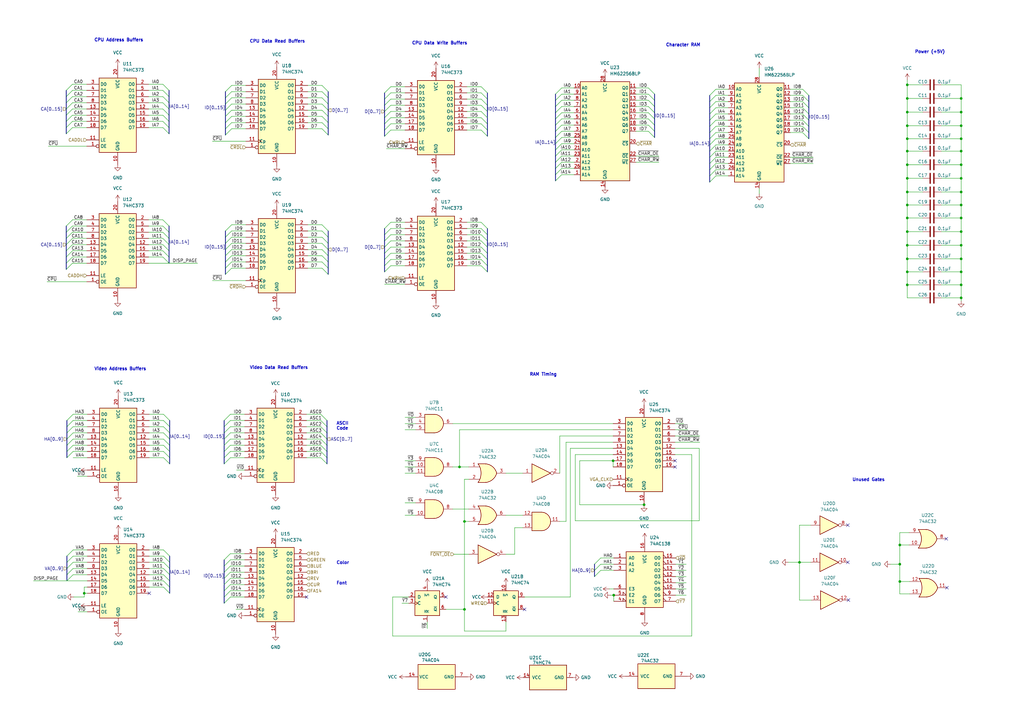
<source format=kicad_sch>
(kicad_sch (version 20211123) (generator eeschema)
  (paper "A3")
  (title_block (title "Character RAM") (date "2022-10-05") (rev "1.0") (company "Korey Bliss") (comment 1 "https://github.com/kblissExternal/6502"))
  (junction (at 394.208 84.074))
  (junction (at 394.208 106.172))
  (junction (at 372.11 67.564))
  (junction (at 394.208 122.174))
  (junction (at 369.062 238.506))
  (junction (at 394.208 40.386))
  (junction (at 372.11 94.996))
  (junction (at 190.5 213.868))
  (junction (at 394.208 56.896))
  (junction (at 251.714 244.094))
  (junction (at 369.062 231.394))
  (junction (at 190.5 249.936))
  (junction (at 394.208 89.408))
  (junction (at 372.11 45.974))
  (junction (at 372.11 89.408))
  (junction (at 372.11 111.506))
  (junction (at 394.208 116.84))
  (junction (at 372.11 61.976))
  (junction (at 394.208 111.506))
  (junction (at 394.208 73.152))
  (junction (at 394.208 94.996))
  (junction (at 372.11 34.798))
  (junction (at 251.46 188.976))
  (junction (at 394.208 61.976))
  (junction (at 372.11 84.074))
  (junction (at 394.208 67.564))
  (junction (at 264.16 207.01))
  (junction (at 394.208 45.974))
  (junction (at 372.11 78.74))
  (junction (at 372.11 51.562))
  (junction (at 394.208 51.562))
  (junction (at 372.11 100.584))
  (junction (at 372.11 56.896))
  (junction (at 394.208 78.74))
  (junction (at 372.11 106.172))
  (junction (at 394.208 100.584))
  (junction (at 372.11 73.152))
  (junction (at 372.11 116.84))
  (junction (at 34.544 243.332))
  (junction (at 369.062 223.52))
  (junction (at 372.11 40.386))
  (junction (at 327.914 230.632))
  (junction (at 188.468 191.516))
  (no_connect (at 215.138 249.936))
  (no_connect (at 125.73 244.856))
  (no_connect (at 61.214 243.332))
  (no_connect (at 388.366 241.046))
  (no_connect (at 388.112 220.98))
  (no_connect (at 276.86 188.976))
  (no_connect (at 276.86 191.516))
  (no_connect (at 347.726 215.392))
  (no_connect (at 347.98 246.126))
  (no_connect (at 347.726 230.632))
  (no_connect (at 182.88 244.856))
  (bus_entry (at 243.84 233.934) (size 2.54 -2.54))
  (bus_entry (at 132.08 99.822) (size 2.54 2.54))
  (bus_entry (at 66.802 100.33) (size 2.54 2.54))
  (bus_entry (at 94.488 169.926) (size -2.54 2.54))
  (bus_entry (at 329.184 54.356) (size 2.54 2.54))
  (bus_entry (at 160.274 48.26) (size -2.54 2.54))
  (bus_entry (at 29.972 228.092) (size -2.54 2.54))
  (bus_entry (at 160.274 98.806) (size -2.54 2.54))
  (bus_entry (at 66.802 90.17) (size 2.54 2.54))
  (bus_entry (at 329.184 39.116) (size 2.54 2.54))
  (bus_entry (at 265.938 51.308) (size 2.54 2.54))
  (bus_entry (at 29.718 102.87) (size -2.54 2.54))
  (bus_entry (at 94.996 52.832) (size -2.54 2.54))
  (bus_entry (at 29.972 175.006) (size -2.54 2.54))
  (bus_entry (at 66.802 34.544) (size 2.54 2.54))
  (bus_entry (at 293.624 61.976) (size -2.54 2.54))
  (bus_entry (at 230.378 53.848) (size -2.54 2.54))
  (bus_entry (at 329.184 49.276) (size 2.54 2.54))
  (bus_entry (at 29.718 97.79) (size -2.54 2.54))
  (bus_entry (at 197.358 101.346) (size 2.54 2.54))
  (bus_entry (at 29.718 39.624) (size -2.54 2.54))
  (bus_entry (at 293.624 69.596) (size -2.54 2.54))
  (bus_entry (at 29.718 100.33) (size -2.54 2.54))
  (bus_entry (at 160.274 101.346) (size -2.54 2.54))
  (bus_entry (at 94.996 104.902) (size -2.54 2.54))
  (bus_entry (at 29.718 37.084) (size -2.54 2.54))
  (bus_entry (at 94.996 99.822) (size -2.54 2.54))
  (bus_entry (at 160.274 38.1) (size -2.54 2.54))
  (bus_entry (at 243.84 236.474) (size 2.54 -2.54))
  (bus_entry (at 230.378 48.768) (size -2.54 2.54))
  (bus_entry (at 160.274 96.266) (size -2.54 2.54))
  (bus_entry (at 29.718 42.164) (size -2.54 2.54))
  (bus_entry (at 293.624 72.136) (size -2.54 2.54))
  (bus_entry (at 132.08 42.672) (size 2.54 2.54))
  (bus_entry (at 132.08 94.742) (size 2.54 2.54))
  (bus_entry (at 94.488 244.856) (size -2.54 2.54))
  (bus_entry (at 67.056 233.172) (size 2.54 2.54))
  (bus_entry (at 132.08 40.132) (size 2.54 2.54))
  (bus_entry (at 94.488 180.086) (size -2.54 2.54))
  (bus_entry (at 94.996 37.592) (size -2.54 2.54))
  (bus_entry (at 67.056 225.552) (size 2.54 2.54))
  (bus_entry (at 67.056 187.706) (size 2.54 2.54))
  (bus_entry (at 131.572 172.466) (size 2.54 2.54))
  (bus_entry (at 293.624 51.816) (size -2.54 2.54))
  (bus_entry (at 66.802 92.71) (size 2.54 2.54))
  (bus_entry (at 94.996 35.052) (size -2.54 2.54))
  (bus_entry (at 66.802 44.704) (size 2.54 2.54))
  (bus_entry (at 230.378 69.088) (size -2.54 2.54))
  (bus_entry (at 197.358 106.426) (size 2.54 2.54))
  (bus_entry (at 243.84 231.394) (size 2.54 -2.54))
  (bus_entry (at 160.274 103.886) (size -2.54 2.54))
  (bus_entry (at 29.972 180.086) (size -2.54 2.54))
  (bus_entry (at 160.274 43.18) (size -2.54 2.54))
  (bus_entry (at 67.056 240.792) (size 2.54 2.54))
  (bus_entry (at 66.802 52.324) (size 2.54 2.54))
  (bus_entry (at 67.056 177.546) (size 2.54 2.54))
  (bus_entry (at 197.358 50.8) (size 2.54 2.54))
  (bus_entry (at 94.488 239.776) (size -2.54 2.54))
  (bus_entry (at 94.996 47.752) (size -2.54 2.54))
  (bus_entry (at 329.184 51.816) (size 2.54 2.54))
  (bus_entry (at 94.996 94.742) (size -2.54 2.54))
  (bus_entry (at 265.938 36.068) (size 2.54 2.54))
  (bus_entry (at 94.488 227.076) (size -2.54 2.54))
  (bus_entry (at 132.08 47.752) (size 2.54 2.54))
  (bus_entry (at 265.938 41.148) (size 2.54 2.54))
  (bus_entry (at 160.274 91.186) (size -2.54 2.54))
  (bus_entry (at 230.378 38.608) (size -2.54 2.54))
  (bus_entry (at 230.378 58.928) (size -2.54 2.54))
  (bus_entry (at 132.08 107.442) (size 2.54 2.54))
  (bus_entry (at 29.718 47.244) (size -2.54 2.54))
  (bus_entry (at 160.274 53.34) (size -2.54 2.54))
  (bus_entry (at 160.274 45.72) (size -2.54 2.54))
  (bus_entry (at 29.972 169.926) (size -2.54 2.54))
  (bus_entry (at 197.358 38.1) (size 2.54 2.54))
  (bus_entry (at 66.802 47.244) (size 2.54 2.54))
  (bus_entry (at 293.624 67.056) (size -2.54 2.54))
  (bus_entry (at 29.972 230.632) (size -2.54 2.54))
  (bus_entry (at 329.184 44.196) (size 2.54 2.54))
  (bus_entry (at 132.08 109.982) (size 2.54 2.54))
  (bus_entry (at 94.488 185.166) (size -2.54 2.54))
  (bus_entry (at 293.624 64.516) (size -2.54 2.54))
  (bus_entry (at 132.08 92.202) (size 2.54 2.54))
  (bus_entry (at 293.624 56.896) (size -2.54 2.54))
  (bus_entry (at 293.624 49.276) (size -2.54 2.54))
  (bus_entry (at 29.718 52.324) (size -2.54 2.54))
  (bus_entry (at 66.802 49.784) (size 2.54 2.54))
  (bus_entry (at 265.938 43.688) (size 2.54 2.54))
  (bus_entry (at 197.358 45.72) (size 2.54 2.54))
  (bus_entry (at 293.624 44.196) (size -2.54 2.54))
  (bus_entry (at 197.358 48.26) (size 2.54 2.54))
  (bus_entry (at 67.056 228.092) (size 2.54 2.54))
  (bus_entry (at 29.718 105.41) (size -2.54 2.54))
  (bus_entry (at 132.08 102.362) (size 2.54 2.54))
  (bus_entry (at 94.488 229.616) (size -2.54 2.54))
  (bus_entry (at 293.624 41.656) (size -2.54 2.54))
  (bus_entry (at 131.572 185.166) (size 2.54 2.54))
  (bus_entry (at 230.378 61.468) (size -2.54 2.54))
  (bus_entry (at 29.972 177.546) (size -2.54 2.54))
  (bus_entry (at 29.718 92.71) (size -2.54 2.54))
  (bus_entry (at 265.938 46.228) (size 2.54 2.54))
  (bus_entry (at 160.274 106.426) (size -2.54 2.54))
  (bus_entry (at 160.274 108.966) (size -2.54 2.54))
  (bus_entry (at 197.358 93.726) (size 2.54 2.54))
  (bus_entry (at 197.358 96.266) (size 2.54 2.54))
  (bus_entry (at 132.08 104.902) (size 2.54 2.54))
  (bus_entry (at 94.488 182.626) (size -2.54 2.54))
  (bus_entry (at 94.488 242.316) (size -2.54 2.54))
  (bus_entry (at 67.056 185.166) (size 2.54 2.54))
  (bus_entry (at 230.378 43.688) (size -2.54 2.54))
  (bus_entry (at 265.938 38.608) (size 2.54 2.54))
  (bus_entry (at 94.996 92.202) (size -2.54 2.54))
  (bus_entry (at 265.938 48.768) (size 2.54 2.54))
  (bus_entry (at 94.488 175.006) (size -2.54 2.54))
  (bus_entry (at 132.08 37.592) (size 2.54 2.54))
  (bus_entry (at 94.488 237.236) (size -2.54 2.54))
  (bus_entry (at 67.056 230.632) (size 2.54 2.54))
  (bus_entry (at 29.718 44.704) (size -2.54 2.54))
  (bus_entry (at 230.378 46.228) (size -2.54 2.54))
  (bus_entry (at 329.184 36.576) (size 2.54 2.54))
  (bus_entry (at 197.358 53.34) (size 2.54 2.54))
  (bus_entry (at 29.718 95.25) (size -2.54 2.54))
  (bus_entry (at 160.274 50.8) (size -2.54 2.54))
  (bus_entry (at 265.938 53.848) (size 2.54 2.54))
  (bus_entry (at 94.996 42.672) (size -2.54 2.54))
  (bus_entry (at 293.624 39.116) (size -2.54 2.54))
  (bus_entry (at 29.972 235.712) (size -2.54 2.54))
  (bus_entry (at 197.358 98.806) (size 2.54 2.54))
  (bus_entry (at 94.996 109.982) (size -2.54 2.54))
  (bus_entry (at 67.056 172.466) (size 2.54 2.54))
  (bus_entry (at 94.996 45.212) (size -2.54 2.54))
  (bus_entry (at 132.08 35.052) (size 2.54 2.54))
  (bus_entry (at 66.802 39.624) (size 2.54 2.54))
  (bus_entry (at 160.274 40.64) (size -2.54 2.54))
  (bus_entry (at 230.378 71.628) (size -2.54 2.54))
  (bus_entry (at 94.488 232.156) (size -2.54 2.54))
  (bus_entry (at 29.718 34.544) (size -2.54 2.54))
  (bus_entry (at 29.718 107.95) (size -2.54 2.54))
  (bus_entry (at 293.624 46.736) (size -2.54 2.54))
  (bus_entry (at 94.996 107.442) (size -2.54 2.54))
  (bus_entry (at 94.996 40.132) (size -2.54 2.54))
  (bus_entry (at 197.358 103.886) (size 2.54 2.54))
  (bus_entry (at 94.996 97.282) (size -2.54 2.54))
  (bus_entry (at 67.056 180.086) (size 2.54 2.54))
  (bus_entry (at 66.802 42.164) (size 2.54 2.54))
  (bus_entry (at 66.802 97.79) (size 2.54 2.54))
  (bus_entry (at 132.08 52.832) (size 2.54 2.54))
  (bus_entry (at 66.802 105.41) (size 2.54 2.54))
  (bus_entry (at 230.378 41.148) (size -2.54 2.54))
  (bus_entry (at 94.488 234.696) (size -2.54 2.54))
  (bus_entry (at 160.274 93.726) (size -2.54 2.54))
  (bus_entry (at 197.358 43.18) (size 2.54 2.54))
  (bus_entry (at 66.802 102.87) (size 2.54 2.54))
  (bus_entry (at 132.08 97.282) (size 2.54 2.54))
  (bus_entry (at 131.572 175.006) (size 2.54 2.54))
  (bus_entry (at 131.572 180.086) (size 2.54 2.54))
  (bus_entry (at 67.056 235.712) (size 2.54 2.54))
  (bus_entry (at 29.718 90.17) (size -2.54 2.54))
  (bus_entry (at 197.358 35.56) (size 2.54 2.54))
  (bus_entry (at 197.358 40.64) (size 2.54 2.54))
  (bus_entry (at 29.972 225.552) (size -2.54 2.54))
  (bus_entry (at 66.802 95.25) (size 2.54 2.54))
  (bus_entry (at 29.718 49.784) (size -2.54 2.54))
  (bus_entry (at 197.358 108.966) (size 2.54 2.54))
  (bus_entry (at 230.378 51.308) (size -2.54 2.54))
  (bus_entry (at 329.184 41.656) (size 2.54 2.54))
  (bus_entry (at 94.488 177.546) (size -2.54 2.54))
  (bus_entry (at 160.274 35.56) (size -2.54 2.54))
  (bus_entry (at 29.972 172.466) (size -2.54 2.54))
  (bus_entry (at 230.378 66.548) (size -2.54 2.54))
  (bus_entry (at 94.996 50.292) (size -2.54 2.54))
  (bus_entry (at 94.996 102.362) (size -2.54 2.54))
  (bus_entry (at 29.972 233.172) (size -2.54 2.54))
  (bus_entry (at 67.056 175.006) (size 2.54 2.54))
  (bus_entry (at 230.378 56.388) (size -2.54 2.54))
  (bus_entry (at 293.624 36.576) (size -2.54 2.54))
  (bus_entry (at 132.08 45.212) (size 2.54 2.54))
  (bus_entry (at 293.624 54.356) (size -2.54 2.54))
  (bus_entry (at 66.802 37.084) (size 2.54 2.54))
  (bus_entry (at 67.056 169.926) (size 2.54 2.54))
  (bus_entry (at 94.488 187.706) (size -2.54 2.54))
  (bus_entry (at 131.572 169.926) (size 2.54 2.54))
  (bus_entry (at 131.572 187.706) (size 2.54 2.54))
  (bus_entry (at 94.488 172.466) (size -2.54 2.54))
  (bus_entry (at 29.972 182.626) (size -2.54 2.54))
  (bus_entry (at 67.056 182.626) (size 2.54 2.54))
  (bus_entry (at 67.056 238.252) (size 2.54 2.54))
  (bus_entry (at 197.358 91.186) (size 2.54 2.54))
  (bus_entry (at 329.184 46.736) (size 2.54 2.54))
  (bus_entry (at 230.378 36.068) (size -2.54 2.54))
  (bus_entry (at 131.572 182.626) (size 2.54 2.54))
  (bus_entry (at 230.378 64.008) (size -2.54 2.54))
  (bus_entry (at 29.972 185.166) (size -2.54 2.54))
  (bus_entry (at 132.08 50.292) (size 2.54 2.54))
  (bus_entry (at 131.572 177.546) (size 2.54 2.54))
  (bus_entry (at 293.624 59.436) (size -2.54 2.54))
  (bus (pts (xy 157.734 50.8) (xy 157.734 53.34)))
  (bus (pts (xy 268.478 53.848) (xy 268.478 56.388)))
  (wire (pts (xy 386.08 122.174) (xy 394.208 122.174)))
  (wire (pts (xy 386.08 116.84) (xy 394.208 116.84)))
  (bus (pts (xy 134.62 97.282) (xy 134.62 99.822)))
  (wire (pts (xy 96.774 249.936) (xy 100.33 249.936)))
  (wire (pts (xy 207.518 211.328) (xy 214.376 211.328)))
  (bus (pts (xy 199.898 98.806) (xy 199.898 101.346)))
  (wire (pts (xy 298.704 44.196) (xy 293.624 44.196)))
  (bus (pts (xy 69.596 240.792) (xy 69.596 243.332)))
  (wire (pts (xy 35.814 233.172) (xy 29.972 233.172)))
  (bus (pts (xy 27.178 44.704) (xy 27.178 47.244)))
  (wire (pts (xy 283.718 186.436) (xy 276.86 186.436)))
  (wire (pts (xy 260.858 43.688) (xy 265.938 43.688)))
  (bus (pts (xy 69.596 187.706) (xy 69.596 190.246)))
  (wire (pts (xy 100.33 234.696) (xy 94.488 234.696)))
  (wire (pts (xy 282.194 176.276) (xy 276.86 176.276)))
  (bus (pts (xy 134.62 40.132) (xy 134.62 42.672)))
  (wire (pts (xy 191.516 103.886) (xy 197.358 103.886)))
  (wire (pts (xy 35.56 49.784) (xy 29.718 49.784)))
  (wire (pts (xy 237.744 207.01) (xy 264.16 207.01)))
  (bus (pts (xy 331.724 39.116) (xy 331.724 41.656)))
  (wire (pts (xy 100.838 104.902) (xy 94.996 104.902)))
  (wire (pts (xy 250.444 244.094) (xy 251.714 244.094)))
  (wire (pts (xy 166.116 191.516) (xy 170.434 191.516)))
  (wire (pts (xy 34.544 243.332) (xy 35.814 243.332)))
  (wire (pts (xy 235.458 66.548) (xy 230.378 66.548)))
  (wire (pts (xy 324.104 41.656) (xy 329.184 41.656)))
  (bus (pts (xy 331.724 54.356) (xy 331.724 56.896)))
  (wire (pts (xy 34.544 244.856) (xy 30.226 244.856)))
  (wire (pts (xy 394.208 61.976) (xy 394.208 67.564)))
  (bus (pts (xy 27.432 180.086) (xy 27.432 182.626)))
  (wire (pts (xy 125.73 177.546) (xy 131.572 177.546)))
  (wire (pts (xy 276.86 178.816) (xy 287.02 178.816)))
  (bus (pts (xy 69.596 177.546) (xy 69.596 180.086)))
  (bus (pts (xy 291.084 49.276) (xy 291.084 51.816)))
  (wire (pts (xy 276.86 181.356) (xy 287.02 181.356)))
  (wire (pts (xy 35.56 95.25) (xy 29.718 95.25)))
  (wire (pts (xy 166.116 48.26) (xy 160.274 48.26)))
  (wire (pts (xy 35.56 42.164) (xy 29.718 42.164)))
  (wire (pts (xy 378.46 56.896) (xy 372.11 56.896)))
  (wire (pts (xy 394.208 122.174) (xy 394.208 123.444)))
  (wire (pts (xy 251.46 186.436) (xy 235.966 186.436)))
  (wire (pts (xy 191.516 50.8) (xy 197.358 50.8)))
  (wire (pts (xy 372.11 94.996) (xy 378.46 94.996)))
  (bus (pts (xy 268.478 46.228) (xy 268.478 48.768)))
  (wire (pts (xy 61.214 180.086) (xy 67.056 180.086)))
  (bus (pts (xy 157.734 106.426) (xy 157.734 108.966)))
  (wire (pts (xy 372.11 34.798) (xy 378.46 34.798)))
  (bus (pts (xy 157.734 48.26) (xy 157.734 50.8)))
  (bus (pts (xy 227.838 69.088) (xy 227.838 71.628)))
  (wire (pts (xy 372.11 106.172) (xy 372.11 111.506)))
  (wire (pts (xy 233.934 244.856) (xy 233.934 183.896)))
  (bus (pts (xy 69.596 233.172) (xy 69.596 235.712)))
  (wire (pts (xy 386.08 56.896) (xy 394.208 56.896)))
  (wire (pts (xy 372.11 67.564) (xy 372.11 73.152)))
  (bus (pts (xy 69.596 235.712) (xy 69.596 238.252)))
  (wire (pts (xy 61.214 233.172) (xy 67.056 233.172)))
  (bus (pts (xy 291.084 56.896) (xy 291.084 59.436)))
  (wire (pts (xy 260.858 46.228) (xy 265.938 46.228)))
  (wire (pts (xy 126.238 97.282) (xy 132.08 97.282)))
  (wire (pts (xy 332.486 215.392) (xy 327.914 215.392)))
  (wire (pts (xy 60.96 49.784) (xy 66.802 49.784)))
  (wire (pts (xy 126.238 104.902) (xy 132.08 104.902)))
  (wire (pts (xy 126.238 40.132) (xy 132.08 40.132)))
  (wire (pts (xy 166.116 93.726) (xy 160.274 93.726)))
  (wire (pts (xy 188.468 191.516) (xy 192.278 191.516)))
  (wire (pts (xy 332.486 230.632) (xy 327.914 230.632)))
  (wire (pts (xy 126.238 35.052) (xy 132.08 35.052)))
  (wire (pts (xy 35.56 39.624) (xy 29.718 39.624)))
  (bus (pts (xy 91.948 175.006) (xy 91.948 177.546)))
  (wire (pts (xy 100.838 92.202) (xy 94.996 92.202)))
  (wire (pts (xy 378.46 111.506) (xy 372.11 111.506)))
  (wire (pts (xy 372.11 100.584) (xy 378.46 100.584)))
  (wire (pts (xy 126.238 47.752) (xy 132.08 47.752)))
  (wire (pts (xy 372.11 89.408) (xy 378.46 89.408)))
  (bus (pts (xy 27.432 182.626) (xy 27.432 185.166)))
  (wire (pts (xy 35.814 185.166) (xy 29.972 185.166)))
  (wire (pts (xy 394.208 100.584) (xy 394.208 94.996)))
  (bus (pts (xy 92.456 104.902) (xy 92.456 107.442)))
  (wire (pts (xy 276.86 173.736) (xy 280.416 173.736)))
  (wire (pts (xy 324.104 64.516) (xy 333.502 64.516)))
  (bus (pts (xy 291.084 39.116) (xy 291.084 41.656)))
  (wire (pts (xy 235.458 36.068) (xy 230.378 36.068)))
  (wire (pts (xy 246.38 233.934) (xy 251.714 233.934)))
  (wire (pts (xy 246.38 231.394) (xy 251.714 231.394)))
  (wire (pts (xy 167.64 244.856) (xy 161.036 244.856)))
  (wire (pts (xy 235.458 71.628) (xy 230.378 71.628)))
  (bus (pts (xy 268.478 38.608) (xy 268.478 41.148)))
  (wire (pts (xy 378.46 122.174) (xy 372.11 122.174)))
  (wire (pts (xy 298.704 41.656) (xy 293.624 41.656)))
  (bus (pts (xy 27.432 233.172) (xy 27.432 235.712)))
  (bus (pts (xy 291.084 61.976) (xy 291.084 64.516)))
  (bus (pts (xy 91.948 172.466) (xy 91.948 175.006)))
  (wire (pts (xy 35.56 100.33) (xy 29.718 100.33)))
  (wire (pts (xy 100.838 102.362) (xy 94.996 102.362)))
  (bus (pts (xy 134.62 52.832) (xy 134.62 55.372)))
  (wire (pts (xy 260.858 53.848) (xy 265.938 53.848)))
  (wire (pts (xy 372.11 40.386) (xy 372.11 34.798)))
  (wire (pts (xy 60.96 105.41) (xy 66.802 105.41)))
  (wire (pts (xy 35.56 47.244) (xy 29.718 47.244)))
  (wire (pts (xy 365.252 231.394) (xy 369.062 231.394)))
  (wire (pts (xy 394.208 116.84) (xy 394.208 122.174)))
  (bus (pts (xy 92.456 37.592) (xy 92.456 40.132)))
  (wire (pts (xy 35.814 169.926) (xy 29.972 169.926)))
  (wire (pts (xy 386.08 45.974) (xy 394.208 45.974)))
  (wire (pts (xy 126.238 109.982) (xy 132.08 109.982)))
  (wire (pts (xy 235.458 51.308) (xy 230.378 51.308)))
  (wire (pts (xy 298.704 56.896) (xy 293.624 56.896)))
  (wire (pts (xy 166.116 53.34) (xy 160.274 53.34)))
  (bus (pts (xy 134.112 180.086) (xy 134.112 182.626)))
  (wire (pts (xy 100.33 239.776) (xy 94.488 239.776)))
  (wire (pts (xy 126.238 45.212) (xy 132.08 45.212)))
  (wire (pts (xy 100.838 97.282) (xy 94.996 97.282)))
  (wire (pts (xy 298.704 39.116) (xy 293.624 39.116)))
  (wire (pts (xy 61.214 172.466) (xy 67.056 172.466)))
  (bus (pts (xy 69.342 95.25) (xy 69.342 97.79)))
  (wire (pts (xy 277.114 231.394) (xy 281.432 231.394)))
  (wire (pts (xy 166.116 108.966) (xy 160.274 108.966)))
  (wire (pts (xy 191.516 91.186) (xy 197.358 91.186)))
  (wire (pts (xy 35.814 187.706) (xy 29.972 187.706)))
  (wire (pts (xy 100.33 244.856) (xy 94.488 244.856)))
  (bus (pts (xy 91.948 187.706) (xy 91.948 190.246)))
  (wire (pts (xy 100.838 37.592) (xy 94.996 37.592)))
  (bus (pts (xy 69.342 39.624) (xy 69.342 42.164)))
  (wire (pts (xy 298.704 54.356) (xy 293.624 54.356)))
  (wire (pts (xy 125.73 185.166) (xy 131.572 185.166)))
  (wire (pts (xy 35.814 172.466) (xy 29.972 172.466)))
  (wire (pts (xy 235.458 58.928) (xy 230.378 58.928)))
  (bus (pts (xy 134.62 50.292) (xy 134.62 52.832)))
  (bus (pts (xy 291.084 67.056) (xy 291.084 69.596)))
  (wire (pts (xy 100.838 45.212) (xy 94.996 45.212)))
  (wire (pts (xy 324.104 51.816) (xy 329.184 51.816)))
  (wire (pts (xy 166.116 91.186) (xy 160.274 91.186)))
  (bus (pts (xy 134.62 94.742) (xy 134.62 97.282)))
  (wire (pts (xy 166.116 50.8) (xy 160.274 50.8)))
  (bus (pts (xy 291.084 51.816) (xy 291.084 54.356)))
  (wire (pts (xy 378.46 84.074) (xy 372.11 84.074)))
  (bus (pts (xy 69.342 42.164) (xy 69.342 44.704)))
  (wire (pts (xy 394.208 111.506) (xy 394.208 116.84)))
  (bus (pts (xy 291.084 69.596) (xy 291.084 72.136)))
  (wire (pts (xy 27.432 238.252) (xy 13.716 238.252)))
  (wire (pts (xy 394.208 89.408) (xy 394.208 94.996)))
  (bus (pts (xy 91.948 185.166) (xy 91.948 187.706)))
  (wire (pts (xy 191.516 45.72) (xy 197.358 45.72)))
  (wire (pts (xy 100.33 242.316) (xy 94.488 242.316)))
  (bus (pts (xy 199.898 96.266) (xy 199.898 98.806)))
  (wire (pts (xy 277.114 241.554) (xy 281.432 241.554)))
  (wire (pts (xy 100.838 52.832) (xy 94.996 52.832)))
  (wire (pts (xy 166.116 40.64) (xy 160.274 40.64)))
  (wire (pts (xy 166.116 96.266) (xy 160.274 96.266)))
  (wire (pts (xy 35.56 107.95) (xy 29.718 107.95)))
  (wire (pts (xy 283.718 260.858) (xy 283.718 186.436)))
  (wire (pts (xy 372.11 51.562) (xy 378.46 51.562)))
  (wire (pts (xy 235.966 213.614) (xy 286.766 213.614)))
  (wire (pts (xy 61.214 185.166) (xy 67.056 185.166)))
  (wire (pts (xy 372.11 45.974) (xy 378.46 45.974)))
  (wire (pts (xy 232.156 181.356) (xy 251.46 181.356)))
  (bus (pts (xy 92.456 94.742) (xy 92.456 97.282)))
  (bus (pts (xy 157.734 96.266) (xy 157.734 98.806)))
  (wire (pts (xy 100.838 50.292) (xy 94.996 50.292)))
  (wire (pts (xy 386.08 40.386) (xy 394.208 40.386)))
  (wire (pts (xy 100.33 185.166) (xy 94.488 185.166)))
  (wire (pts (xy 126.238 42.672) (xy 132.08 42.672)))
  (wire (pts (xy 264.16 207.01) (xy 264.16 207.264)))
  (bus (pts (xy 69.596 230.632) (xy 69.596 233.172)))
  (wire (pts (xy 386.08 34.798) (xy 394.208 34.798)))
  (wire (pts (xy 286.766 183.896) (xy 276.86 183.896)))
  (bus (pts (xy 91.948 229.616) (xy 91.948 232.156)))
  (wire (pts (xy 372.11 40.386) (xy 378.46 40.386)))
  (wire (pts (xy 233.934 183.896) (xy 251.46 183.896)))
  (wire (pts (xy 386.08 61.976) (xy 394.208 61.976)))
  (wire (pts (xy 372.11 73.152) (xy 378.46 73.152)))
  (wire (pts (xy 126.238 107.442) (xy 132.08 107.442)))
  (bus (pts (xy 134.62 99.822) (xy 134.62 102.362)))
  (wire (pts (xy 369.062 218.44) (xy 372.872 218.44)))
  (wire (pts (xy 298.704 36.576) (xy 293.624 36.576)))
  (wire (pts (xy 372.11 67.564) (xy 378.46 67.564)))
  (bus (pts (xy 227.838 66.548) (xy 227.838 69.088)))
  (wire (pts (xy 211.074 216.408) (xy 214.376 216.408)))
  (wire (pts (xy 35.814 177.546) (xy 29.972 177.546)))
  (bus (pts (xy 134.62 104.902) (xy 134.62 107.442)))
  (bus (pts (xy 69.596 182.626) (xy 69.596 185.166)))
  (wire (pts (xy 125.73 172.466) (xy 131.572 172.466)))
  (bus (pts (xy 134.62 102.362) (xy 134.62 104.902)))
  (wire (pts (xy 166.116 43.18) (xy 160.274 43.18)))
  (wire (pts (xy 369.062 238.506) (xy 373.126 238.506)))
  (wire (pts (xy 235.458 38.608) (xy 230.378 38.608)))
  (wire (pts (xy 235.458 41.148) (xy 230.378 41.148)))
  (wire (pts (xy 97.028 192.786) (xy 100.33 192.786)))
  (wire (pts (xy 166.116 173.736) (xy 170.434 173.736)))
  (wire (pts (xy 60.96 92.71) (xy 66.802 92.71)))
  (bus (pts (xy 69.596 180.086) (xy 69.596 182.626)))
  (wire (pts (xy 260.858 64.008) (xy 270.256 64.008)))
  (wire (pts (xy 87.122 57.912) (xy 100.838 57.912)))
  (wire (pts (xy 327.914 246.126) (xy 332.74 246.126)))
  (bus (pts (xy 134.112 172.466) (xy 134.112 175.006)))
  (bus (pts (xy 243.84 233.934) (xy 243.84 236.474)))
  (bus (pts (xy 134.62 42.672) (xy 134.62 45.212)))
  (wire (pts (xy 277.114 239.014) (xy 281.432 239.014)))
  (wire (pts (xy 372.11 51.562) (xy 372.11 45.974)))
  (bus (pts (xy 91.948 232.156) (xy 91.948 234.696)))
  (bus (pts (xy 91.948 239.776) (xy 91.948 242.316)))
  (wire (pts (xy 235.458 53.848) (xy 230.378 53.848)))
  (wire (pts (xy 372.11 116.84) (xy 372.11 122.174)))
  (wire (pts (xy 324.104 67.056) (xy 333.502 67.056)))
  (wire (pts (xy 125.73 187.706) (xy 131.572 187.706)))
  (wire (pts (xy 264.16 206.756) (xy 264.16 207.01)))
  (wire (pts (xy 386.08 94.996) (xy 394.208 94.996)))
  (wire (pts (xy 394.208 106.172) (xy 394.208 111.506)))
  (bus (pts (xy 27.178 39.624) (xy 27.178 42.164)))
  (wire (pts (xy 251.46 176.276) (xy 188.468 176.276)))
  (wire (pts (xy 60.96 52.324) (xy 66.802 52.324)))
  (wire (pts (xy 298.704 61.976) (xy 293.624 61.976)))
  (wire (pts (xy 35.56 52.324) (xy 29.718 52.324)))
  (wire (pts (xy 157.734 116.586) (xy 166.116 116.586)))
  (wire (pts (xy 61.214 230.632) (xy 67.056 230.632)))
  (bus (pts (xy 157.734 45.72) (xy 157.734 48.26)))
  (wire (pts (xy 126.238 52.832) (xy 132.08 52.832)))
  (bus (pts (xy 134.112 175.006) (xy 134.112 177.546)))
  (wire (pts (xy 191.516 48.26) (xy 197.358 48.26)))
  (wire (pts (xy 100.838 47.752) (xy 94.996 47.752)))
  (bus (pts (xy 227.838 48.768) (xy 227.838 51.308)))
  (wire (pts (xy 185.674 173.736) (xy 251.46 173.736)))
  (wire (pts (xy 35.814 175.006) (xy 29.972 175.006)))
  (wire (pts (xy 298.704 46.736) (xy 293.624 46.736)))
  (bus (pts (xy 268.478 48.768) (xy 268.478 51.308)))
  (wire (pts (xy 35.56 37.084) (xy 29.718 37.084)))
  (wire (pts (xy 192.278 213.868) (xy 190.5 213.868)))
  (wire (pts (xy 27.432 238.252) (xy 35.814 238.252)))
  (wire (pts (xy 324.104 36.576) (xy 329.184 36.576)))
  (bus (pts (xy 199.898 93.726) (xy 199.898 96.266)))
  (bus (pts (xy 199.898 45.72) (xy 199.898 48.006)))
  (wire (pts (xy 372.11 67.564) (xy 372.11 61.976)))
  (wire (pts (xy 188.468 176.276) (xy 188.468 191.516)))
  (wire (pts (xy 277.114 236.474) (xy 281.432 236.474)))
  (wire (pts (xy 372.11 78.74) (xy 372.11 84.074)))
  (bus (pts (xy 291.084 54.356) (xy 291.084 56.896)))
  (wire (pts (xy 61.214 187.706) (xy 67.056 187.706)))
  (wire (pts (xy 100.33 237.236) (xy 94.488 237.236)))
  (wire (pts (xy 166.116 194.056) (xy 170.434 194.056)))
  (bus (pts (xy 291.084 46.736) (xy 291.084 49.276)))
  (wire (pts (xy 369.062 223.52) (xy 369.062 218.44)))
  (wire (pts (xy 394.208 34.798) (xy 394.208 40.386)))
  (wire (pts (xy 31.75 195.326) (xy 35.814 195.326)))
  (bus (pts (xy 291.084 41.656) (xy 291.084 44.196)))
  (wire (pts (xy 60.96 44.704) (xy 66.802 44.704)))
  (bus (pts (xy 69.342 105.41) (xy 69.342 107.95)))
  (bus (pts (xy 134.62 107.442) (xy 134.62 109.982)))
  (bus (pts (xy 92.456 47.752) (xy 92.456 50.292)))
  (wire (pts (xy 324.104 44.196) (xy 329.184 44.196)))
  (wire (pts (xy 394.208 73.152) (xy 394.208 67.564)))
  (wire (pts (xy 323.342 230.632) (xy 327.914 230.632)))
  (bus (pts (xy 27.432 185.166) (xy 27.432 187.706)))
  (wire (pts (xy 100.838 42.672) (xy 94.996 42.672)))
  (wire (pts (xy 394.208 84.074) (xy 394.208 89.408)))
  (wire (pts (xy 260.858 41.148) (xy 265.938 41.148)))
  (bus (pts (xy 92.456 50.292) (xy 92.456 52.832)))
  (wire (pts (xy 298.704 64.516) (xy 293.624 64.516)))
  (wire (pts (xy 166.116 171.196) (xy 170.434 171.196)))
  (bus (pts (xy 91.948 234.696) (xy 91.948 237.236)))
  (bus (pts (xy 69.342 52.324) (xy 69.342 54.864)))
  (wire (pts (xy 87.122 115.062) (xy 100.838 115.062)))
  (wire (pts (xy 235.458 48.768) (xy 230.378 48.768)))
  (bus (pts (xy 69.596 172.466) (xy 69.596 175.006)))
  (bus (pts (xy 69.596 228.092) (xy 69.596 230.632)))
  (bus (pts (xy 199.898 40.64) (xy 199.898 43.18)))
  (wire (pts (xy 35.56 92.71) (xy 29.718 92.71)))
  (wire (pts (xy 211.074 227.33) (xy 211.074 216.408)))
  (bus (pts (xy 69.342 49.784) (xy 69.342 52.324)))
  (bus (pts (xy 157.734 103.886) (xy 157.734 106.426)))
  (bus (pts (xy 69.342 44.704) (xy 69.342 47.244)))
  (bus (pts (xy 331.724 46.736) (xy 331.724 49.276)))
  (wire (pts (xy 166.116 211.328) (xy 170.434 211.328)))
  (wire (pts (xy 60.96 34.544) (xy 66.802 34.544)))
  (wire (pts (xy 166.116 35.56) (xy 160.274 35.56)))
  (wire (pts (xy 60.96 37.084) (xy 66.802 37.084)))
  (bus (pts (xy 134.112 187.706) (xy 134.112 190.246)))
  (wire (pts (xy 60.96 47.244) (xy 66.802 47.244)))
  (wire (pts (xy 372.11 40.386) (xy 372.11 45.974)))
  (wire (pts (xy 277.114 244.094) (xy 281.432 244.094)))
  (bus (pts (xy 27.178 95.25) (xy 27.178 97.79)))
  (wire (pts (xy 191.516 53.34) (xy 197.358 53.34)))
  (wire (pts (xy 61.214 238.252) (xy 67.056 238.252)))
  (wire (pts (xy 191.516 93.726) (xy 197.358 93.726)))
  (bus (pts (xy 134.62 37.592) (xy 134.62 40.132)))
  (wire (pts (xy 372.11 78.74) (xy 378.46 78.74)))
  (wire (pts (xy 251.46 188.976) (xy 251.46 191.516)))
  (wire (pts (xy 260.858 38.608) (xy 265.938 38.608)))
  (bus (pts (xy 291.084 72.136) (xy 291.084 74.676)))
  (wire (pts (xy 298.704 72.136) (xy 293.624 72.136)))
  (bus (pts (xy 291.084 59.436) (xy 291.084 61.976)))
  (wire (pts (xy 186.182 227.33) (xy 192.278 227.33)))
  (bus (pts (xy 91.948 244.856) (xy 91.948 247.396)))
  (bus (pts (xy 199.898 53.34) (xy 199.898 55.88)))
  (bus (pts (xy 27.178 52.324) (xy 27.178 54.864)))
  (bus (pts (xy 199.898 48.26) (xy 199.898 50.8)))
  (wire (pts (xy 35.814 228.092) (xy 29.972 228.092)))
  (wire (pts (xy 61.214 228.092) (xy 67.056 228.092)))
  (wire (pts (xy 372.11 61.976) (xy 378.46 61.976)))
  (wire (pts (xy 378.46 116.84) (xy 372.11 116.84)))
  (wire (pts (xy 61.214 175.006) (xy 67.056 175.006)))
  (wire (pts (xy 166.116 206.248) (xy 170.434 206.248)))
  (wire (pts (xy 175.26 257.81) (xy 175.26 255.016)))
  (wire (pts (xy 35.56 97.79) (xy 29.718 97.79)))
  (wire (pts (xy 386.08 111.506) (xy 394.208 111.506)))
  (wire (pts (xy 190.5 249.936) (xy 190.5 258.826)))
  (wire (pts (xy 372.11 56.896) (xy 372.11 61.976)))
  (wire (pts (xy 298.704 49.276) (xy 293.624 49.276)))
  (wire (pts (xy 369.062 243.586) (xy 369.062 238.506)))
  (wire (pts (xy 260.858 48.768) (xy 265.938 48.768)))
  (bus (pts (xy 69.342 92.71) (xy 69.342 95.25)))
  (wire (pts (xy 386.08 73.152) (xy 394.208 73.152)))
  (wire (pts (xy 191.516 40.64) (xy 197.358 40.64)))
  (wire (pts (xy 191.516 38.1) (xy 197.358 38.1)))
  (wire (pts (xy 298.704 59.436) (xy 293.624 59.436)))
  (bus (pts (xy 91.948 242.316) (xy 91.948 244.856)))
  (bus (pts (xy 134.62 109.982) (xy 134.62 112.522)))
  (bus (pts (xy 69.596 238.252) (xy 69.596 240.792)))
  (wire (pts (xy 372.11 94.996) (xy 372.11 89.408)))
  (wire (pts (xy 61.214 235.712) (xy 67.056 235.712)))
  (wire (pts (xy 235.458 56.388) (xy 230.378 56.388)))
  (wire (pts (xy 81.026 107.95) (xy 69.342 107.95)))
  (bus (pts (xy 157.734 40.64) (xy 157.734 43.18)))
  (wire (pts (xy 185.674 191.516) (xy 188.468 191.516)))
  (wire (pts (xy 191.516 35.56) (xy 197.358 35.56)))
  (bus (pts (xy 92.456 107.442) (xy 92.456 109.982)))
  (bus (pts (xy 91.948 182.626) (xy 91.948 185.166)))
  (wire (pts (xy 126.238 102.362) (xy 132.08 102.362)))
  (wire (pts (xy 298.704 67.056) (xy 293.624 67.056)))
  (wire (pts (xy 191.516 108.966) (xy 197.358 108.966)))
  (bus (pts (xy 227.838 53.848) (xy 227.838 56.388)))
  (bus (pts (xy 157.734 43.18) (xy 157.734 45.72)))
  (bus (pts (xy 268.478 41.148) (xy 268.478 43.688)))
  (bus (pts (xy 27.432 230.632) (xy 27.432 233.172)))
  (wire (pts (xy 235.458 43.688) (xy 230.378 43.688)))
  (wire (pts (xy 190.5 196.596) (xy 190.5 213.868)))
  (bus (pts (xy 92.456 109.982) (xy 92.456 112.522)))
  (bus (pts (xy 92.456 97.282) (xy 92.456 99.822)))
  (bus (pts (xy 227.838 46.228) (xy 227.838 48.768)))
  (wire (pts (xy 191.516 43.18) (xy 197.358 43.18)))
  (bus (pts (xy 199.898 103.886) (xy 199.898 106.426)))
  (bus (pts (xy 69.342 102.87) (xy 69.342 105.41)))
  (wire (pts (xy 372.11 111.506) (xy 372.11 116.84)))
  (wire (pts (xy 60.96 97.79) (xy 66.802 97.79)))
  (wire (pts (xy 372.11 78.74) (xy 372.11 73.152)))
  (wire (pts (xy 192.278 196.596) (xy 190.5 196.596)))
  (wire (pts (xy 100.33 175.006) (xy 94.488 175.006)))
  (wire (pts (xy 19.304 115.57) (xy 35.56 115.57)))
  (wire (pts (xy 372.11 94.996) (xy 372.11 100.584)))
  (wire (pts (xy 246.38 228.854) (xy 251.714 228.854)))
  (bus (pts (xy 268.478 43.688) (xy 268.478 46.228)))
  (bus (pts (xy 291.084 64.516) (xy 291.084 67.056)))
  (wire (pts (xy 100.33 177.546) (xy 94.488 177.546)))
  (wire (pts (xy 19.812 59.944) (xy 35.56 59.944)))
  (wire (pts (xy 260.858 51.308) (xy 265.938 51.308)))
  (wire (pts (xy 191.516 101.346) (xy 197.358 101.346)))
  (wire (pts (xy 166.116 101.346) (xy 160.274 101.346)))
  (bus (pts (xy 243.84 231.394) (xy 243.84 233.934)))
  (wire (pts (xy 60.96 102.87) (xy 66.802 102.87)))
  (bus (pts (xy 227.838 56.388) (xy 227.838 58.928)))
  (wire (pts (xy 100.33 232.156) (xy 94.488 232.156)))
  (bus (pts (xy 157.734 38.1) (xy 157.734 40.64)))
  (wire (pts (xy 190.5 213.868) (xy 190.5 249.936)))
  (wire (pts (xy 100.838 99.822) (xy 94.996 99.822)))
  (wire (pts (xy 251.46 188.976) (xy 237.744 188.976)))
  (wire (pts (xy 394.208 51.562) (xy 394.208 56.896)))
  (wire (pts (xy 191.516 96.266) (xy 197.358 96.266)))
  (wire (pts (xy 100.33 172.466) (xy 94.488 172.466)))
  (wire (pts (xy 35.56 105.41) (xy 29.718 105.41)))
  (wire (pts (xy 34.544 240.792) (xy 34.544 243.332)))
  (bus (pts (xy 331.724 49.276) (xy 331.724 51.816)))
  (bus (pts (xy 27.178 100.33) (xy 27.178 102.87)))
  (wire (pts (xy 251.46 178.816) (xy 229.616 178.816)))
  (wire (pts (xy 166.116 38.1) (xy 160.274 38.1)))
  (bus (pts (xy 92.456 99.822) (xy 92.456 102.362)))
  (wire (pts (xy 324.104 49.276) (xy 329.184 49.276)))
  (wire (pts (xy 229.616 178.816) (xy 229.616 194.056)))
  (bus (pts (xy 227.838 41.148) (xy 227.838 43.688)))
  (wire (pts (xy 251.714 244.094) (xy 251.714 246.634)))
  (wire (pts (xy 394.208 45.974) (xy 394.208 40.386)))
  (wire (pts (xy 311.404 27.94) (xy 311.404 31.496)))
  (wire (pts (xy 207.518 258.826) (xy 207.518 255.016)))
  (wire (pts (xy 60.96 90.17) (xy 66.802 90.17)))
  (wire (pts (xy 298.704 69.596) (xy 293.624 69.596)))
  (wire (pts (xy 100.33 227.076) (xy 94.488 227.076)))
  (wire (pts (xy 35.56 44.704) (xy 29.718 44.704)))
  (wire (pts (xy 311.404 77.216) (xy 311.404 79.502)))
  (wire (pts (xy 260.858 66.548) (xy 270.256 66.548)))
  (wire (pts (xy 394.208 78.74) (xy 394.208 84.074)))
  (wire (pts (xy 190.5 258.826) (xy 207.518 258.826)))
  (wire (pts (xy 100.838 107.442) (xy 94.996 107.442)))
  (bus (pts (xy 291.084 44.196) (xy 291.084 46.736)))
  (wire (pts (xy 161.036 260.858) (xy 283.718 260.858)))
  (wire (pts (xy 32.004 250.952) (xy 35.814 250.952)))
  (bus (pts (xy 91.948 237.236) (xy 91.948 239.522)))
  (bus (pts (xy 91.948 177.546) (xy 91.948 180.086)))
  (bus (pts (xy 27.178 47.244) (xy 27.178 49.784)))
  (wire (pts (xy 125.73 180.086) (xy 131.572 180.086)))
  (bus (pts (xy 157.734 98.806) (xy 157.734 101.346)))
  (wire (pts (xy 191.516 106.426) (xy 197.358 106.426)))
  (wire (pts (xy 235.966 186.436) (xy 235.966 213.614)))
  (bus (pts (xy 199.898 108.966) (xy 199.898 111.506)))
  (wire (pts (xy 60.96 100.33) (xy 66.802 100.33)))
  (wire (pts (xy 35.56 34.544) (xy 29.718 34.544)))
  (wire (pts (xy 394.208 73.152) (xy 394.208 78.74)))
  (bus (pts (xy 199.898 38.1) (xy 199.898 40.64)))
  (wire (pts (xy 185.674 208.788) (xy 192.278 208.788)))
  (wire (pts (xy 182.88 249.936) (xy 190.5 249.936)))
  (wire (pts (xy 125.73 182.626) (xy 131.572 182.626)))
  (wire (pts (xy 277.114 233.934) (xy 281.432 233.934)))
  (wire (pts (xy 61.214 182.626) (xy 67.056 182.626)))
  (wire (pts (xy 386.08 84.074) (xy 394.208 84.074)))
  (wire (pts (xy 60.96 95.25) (xy 66.802 95.25)))
  (bus (pts (xy 27.178 105.41) (xy 27.178 107.95)))
  (wire (pts (xy 372.11 106.172) (xy 372.11 100.584)))
  (wire (pts (xy 60.96 39.624) (xy 66.802 39.624)))
  (wire (pts (xy 372.11 106.172) (xy 378.46 106.172)))
  (bus (pts (xy 27.178 37.084) (xy 27.178 39.624)))
  (bus (pts (xy 227.838 71.628) (xy 227.838 74.168)))
  (wire (pts (xy 372.11 32.766) (xy 372.11 34.798)))
  (bus (pts (xy 27.178 49.784) (xy 27.178 52.324)))
  (wire (pts (xy 100.838 35.052) (xy 94.996 35.052)))
  (bus (pts (xy 27.178 92.71) (xy 27.178 95.25)))
  (wire (pts (xy 100.838 40.132) (xy 94.996 40.132)))
  (bus (pts (xy 27.178 97.79) (xy 27.178 100.33)))
  (wire (pts (xy 386.08 51.562) (xy 394.208 51.562)))
  (bus (pts (xy 92.456 102.362) (xy 92.456 104.648)))
  (wire (pts (xy 386.08 67.564) (xy 394.208 67.564)))
  (wire (pts (xy 327.914 215.392) (xy 327.914 230.632)))
  (wire (pts (xy 35.814 182.626) (xy 29.972 182.626)))
  (bus (pts (xy 92.456 45.212) (xy 92.456 47.498)))
  (wire (pts (xy 324.104 54.356) (xy 329.184 54.356)))
  (wire (pts (xy 327.914 230.632) (xy 327.914 246.126)))
  (bus (pts (xy 69.596 175.006) (xy 69.596 177.546)))
  (bus (pts (xy 331.724 51.816) (xy 331.724 54.356)))
  (wire (pts (xy 61.214 169.926) (xy 67.056 169.926)))
  (wire (pts (xy 69.342 107.95) (xy 60.96 107.95)))
  (bus (pts (xy 199.898 50.8) (xy 199.898 53.34)))
  (bus (pts (xy 27.432 172.466) (xy 27.432 175.006)))
  (wire (pts (xy 394.208 56.896) (xy 394.208 61.976)))
  (wire (pts (xy 372.11 51.562) (xy 372.11 56.896)))
  (wire (pts (xy 126.238 94.742) (xy 132.08 94.742)))
  (wire (pts (xy 35.56 102.87) (xy 29.718 102.87)))
  (wire (pts (xy 35.814 240.792) (xy 34.544 240.792)))
  (bus (pts (xy 331.724 41.656) (xy 331.724 44.196)))
  (bus (pts (xy 134.62 45.212) (xy 134.62 47.752)))
  (wire (pts (xy 166.116 188.976) (xy 170.434 188.976)))
  (wire (pts (xy 61.214 240.792) (xy 67.056 240.792)))
  (wire (pts (xy 126.238 50.292) (xy 132.08 50.292)))
  (bus (pts (xy 227.838 58.928) (xy 227.838 61.468)))
  (wire (pts (xy 166.116 45.72) (xy 160.274 45.72)))
  (wire (pts (xy 126.238 99.822) (xy 132.08 99.822)))
  (wire (pts (xy 100.33 182.626) (xy 94.488 182.626)))
  (bus (pts (xy 268.478 51.308) (xy 268.478 53.848)))
  (wire (pts (xy 298.704 51.816) (xy 293.624 51.816)))
  (wire (pts (xy 386.08 78.74) (xy 394.208 78.74)))
  (bus (pts (xy 157.734 108.966) (xy 157.734 111.506)))
  (bus (pts (xy 227.838 61.468) (xy 227.838 64.008)))
  (wire (pts (xy 324.104 39.116) (xy 329.184 39.116)))
  (wire (pts (xy 394.208 100.584) (xy 394.208 106.172)))
  (wire (pts (xy 161.036 244.856) (xy 161.036 260.858)))
  (wire (pts (xy 191.516 98.806) (xy 197.358 98.806)))
  (wire (pts (xy 232.156 213.868) (xy 232.156 181.356)))
  (wire (pts (xy 35.814 230.632) (xy 29.972 230.632)))
  (bus (pts (xy 27.178 107.95) (xy 27.178 110.49)))
  (wire (pts (xy 100.33 187.706) (xy 94.488 187.706)))
  (wire (pts (xy 394.208 45.974) (xy 394.208 51.562)))
  (wire (pts (xy 100.838 94.742) (xy 94.996 94.742)))
  (wire (pts (xy 100.33 229.616) (xy 94.488 229.616)))
  (wire (pts (xy 372.11 84.074) (xy 372.11 89.408)))
  (wire (pts (xy 207.518 194.056) (xy 214.376 194.056)))
  (wire (pts (xy 100.33 169.926) (xy 94.488 169.926)))
  (bus (pts (xy 157.734 93.726) (xy 157.734 96.266)))
  (wire (pts (xy 126.238 37.592) (xy 132.08 37.592)))
  (bus (pts (xy 227.838 64.008) (xy 227.838 66.548)))
  (bus (pts (xy 134.112 182.626) (xy 134.112 185.166)))
  (wire (pts (xy 100.838 109.982) (xy 94.996 109.982)))
  (bus (pts (xy 157.734 101.346) (xy 157.734 103.886)))
  (wire (pts (xy 369.062 231.394) (xy 369.062 223.52)))
  (wire (pts (xy 386.08 106.172) (xy 394.208 106.172)))
  (wire (pts (xy 324.104 46.736) (xy 329.184 46.736)))
  (bus (pts (xy 69.342 100.33) (xy 69.342 102.87)))
  (bus (pts (xy 27.432 177.546) (xy 27.432 180.086)))
  (wire (pts (xy 166.116 176.276) (xy 170.434 176.276)))
  (bus (pts (xy 92.456 42.672) (xy 92.456 45.212)))
  (bus (pts (xy 92.456 40.132) (xy 92.456 42.672)))
  (bus (pts (xy 69.342 47.244) (xy 69.342 49.784)))
  (wire (pts (xy 249.936 241.554) (xy 251.714 241.554)))
  (wire (pts (xy 260.858 36.068) (xy 265.938 36.068)))
  (bus (pts (xy 199.898 106.426) (xy 199.898 108.966)))
  (wire (pts (xy 369.062 238.506) (xy 369.062 231.394)))
  (wire (pts (xy 207.518 227.33) (xy 211.074 227.33)))
  (bus (pts (xy 69.596 185.166) (xy 69.596 187.706)))
  (wire (pts (xy 166.116 103.886) (xy 160.274 103.886)))
  (wire (pts (xy 35.814 225.552) (xy 29.972 225.552)))
  (wire (pts (xy 164.846 247.396) (xy 167.64 247.396)))
  (wire (pts (xy 35.814 180.086) (xy 29.972 180.086)))
  (wire (pts (xy 166.116 98.806) (xy 160.274 98.806)))
  (wire (pts (xy 61.214 225.552) (xy 67.056 225.552)))
  (wire (pts (xy 60.96 42.164) (xy 66.802 42.164)))
  (wire (pts (xy 235.458 46.228) (xy 230.378 46.228)))
  (bus (pts (xy 91.948 180.086) (xy 91.948 182.372)))
  (wire (pts (xy 100.33 180.086) (xy 94.488 180.086)))
  (wire (pts (xy 237.744 188.976) (xy 237.744 207.01)))
  (wire (pts (xy 229.616 213.868) (xy 232.156 213.868)))
  (wire (pts (xy 158.496 60.96) (xy 166.116 60.96)))
  (bus (pts (xy 134.112 177.546) (xy 134.112 180.086)))
  (wire (pts (xy 34.544 243.332) (xy 34.544 244.856)))
  (bus (pts (xy 227.838 38.608) (xy 227.838 41.148)))
  (bus (pts (xy 27.432 175.006) (xy 27.432 177.546)))
  (bus (pts (xy 27.178 102.87) (xy 27.178 105.41)))
  (bus (pts (xy 27.178 42.164) (xy 27.178 44.704)))
  (wire (pts (xy 125.73 169.926) (xy 131.572 169.926)))
  (wire (pts (xy 35.814 235.712) (xy 29.972 235.712)))
  (bus (pts (xy 27.432 235.712) (xy 27.432 237.998)))
  (bus (pts (xy 157.734 53.34) (xy 157.734 55.88)))
  (bus (pts (xy 69.342 37.084) (xy 69.342 39.624)))
  (wire (pts (xy 35.56 90.17) (xy 29.718 90.17)))
  (wire (pts (xy 286.766 213.614) (xy 286.766 183.896)))
  (bus (pts (xy 92.456 52.832) (xy 92.456 55.372)))
  (bus (pts (xy 227.838 51.308) (xy 227.838 53.848)))
  (wire (pts (xy 373.126 243.586) (xy 369.062 243.586)))
  (wire (pts (xy 369.062 223.52) (xy 372.872 223.52)))
  (wire (pts (xy 166.116 106.426) (xy 160.274 106.426)))
  (bus (pts (xy 69.342 97.79) (xy 69.342 100.33)))
  (bus (pts (xy 331.724 44.196) (xy 331.724 46.736)))
  (bus (pts (xy 27.432 228.092) (xy 27.432 230.632)))
  (bus (pts (xy 134.62 47.752) (xy 134.62 50.292)))
  (bus (pts (xy 199.898 43.18) (xy 199.898 45.72)))
  (wire (pts (xy 386.08 89.408) (xy 394.208 89.408)))
  (wire (pts (xy 125.73 175.006) (xy 131.572 175.006)))
  (wire (pts (xy 386.08 100.584) (xy 394.208 100.584)))
  (wire (pts (xy 215.138 244.856) (xy 233.934 244.856)))
  (wire (pts (xy 61.214 177.546) (xy 67.056 177.546)))
  (wire (pts (xy 235.458 69.088) (xy 230.378 69.088)))
  (wire (pts (xy 235.458 64.008) (xy 230.378 64.008)))
  (bus (pts (xy 134.112 185.166) (xy 134.112 187.706)))
  (wire (pts (xy 126.238 92.202) (xy 132.08 92.202)))
  (bus (pts (xy 227.838 43.688) (xy 227.838 46.228)))
  (bus (pts (xy 199.898 101.346) (xy 199.898 103.886)))
  (wire (pts (xy 235.458 61.468) (xy 230.378 61.468)))
  (text "Unused Gates" (at 349.504 197.612 0) (effects (font (size 1.27 1.27) (thickness 0.254) bold) (justify left bottom)))
  (text "CPU Address Buffers" (at 38.608 17.272 0) (effects (font (size 1.27 1.27) (thickness 0.254) bold) (justify left bottom)))
  (text "Character RAM" (at 273.05 19.304 0) (effects (font (size 1.27 1.27) (thickness 0.254) bold) (justify left bottom)))
  (text "Video Data Read Buffers" (at 102.362 151.638 0) (effects (font (size 1.27 1.27) (thickness 0.254) bold) (justify left bottom)))
  (text "Font" (at 137.922 240.03 0) (effects (font (size 1.27 1.27) bold) (justify left bottom)))
  (text "RAM Timing" (at 217.17 154.432 0) (effects (font (size 1.27 1.27) (thickness 0.254) bold) (justify left bottom)))
  (text "ASCII\nCode" (at 137.922 176.53 0) (effects (font (size 1.27 1.27) bold) (justify left bottom)))
  (text "Power (+5V)" (at 375.158 22.098 0) (effects (font (size 1.27 1.27) (thickness 0.254) bold) (justify left bottom)))
  (text "CPU Data Write Buffers" (at 168.91 18.542 0) (effects (font (size 1.27 1.27) (thickness 0.254) bold) (justify left bottom)))
  (text "Color" (at 137.922 231.648 0) (effects (font (size 1.27 1.27) bold) (justify left bottom)))
  (text "CPU Data Read Buffers" (at 102.362 17.78 0) (effects (font (size 1.27 1.27) (thickness 0.254) bold) (justify left bottom)))
  (text "Video Address Buffers" (at 38.608 152.146 0) (effects (font (size 1.27 1.27) (thickness 0.254) bold) (justify left bottom)))
  (label "D2" (at 164.846 96.266 180))
  (label "IA8" (at 62.23 90.17 0))
  (label "ID[0..15]" (at 331.724 49.022 0))
  (label "IA10" (at 62.23 95.25 0))
  (label "D5" (at 164.846 48.26 180))
  (label "IA0" (at 62.23 34.544 0))
  (label "IA7" (at 297.434 54.356 180))
  (label "ID14" (at 325.374 51.816 0))
  (label "ID1" (at 99.06 172.466 180))
  (label "ID10" (at 325.374 41.656 0))
  (label "D7" (at 164.846 108.966 180))
  (label "CA12" (at 34.29 100.33 180))
  (label "ID11" (at 325.374 44.196 0))
  (label "HA9" (at 34.544 185.166 180))
  (label "IA[0..14]" (at 69.596 235.712 0))
  (label "IA6" (at 62.484 185.166 0))
  (label "IA10" (at 62.484 230.632 0))
  (label "ID0" (at 99.06 169.926 180))
  (label "HA1" (at 247.396 231.394 0))
  (label "IA13" (at 234.188 69.088 180))
  (label "IA10" (at 234.188 61.468 180))
  (label "~{Y7}" (at 164.846 247.396 0))
  (label "IA9" (at 234.188 58.928 180))
  (label "ID2" (at 99.06 175.006 180))
  (label "ID1" (at 99.568 37.592 180))
  (label "ID1" (at 262.128 38.608 0))
  (label "IA11" (at 62.23 97.79 0))
  (label "IA0" (at 62.484 169.926 0))
  (label "IA1" (at 62.23 37.084 0))
  (label "HA7" (at 34.544 180.086 180))
  (label "ASC6" (at 127 185.166 0))
  (label "D3" (at 127.508 99.822 0))
  (label "IA9" (at 297.434 59.436 180))
  (label "~{CHAR_RW}" (at 278.13 181.356 0))
  (label "~{CHAR_RW}" (at 261.62 66.548 0))
  (label "IA7" (at 62.23 52.324 0))
  (label "CA7" (at 34.036 52.324 180))
  (label "ID3" (at 262.128 43.688 0))
  (label "HA3" (at 34.544 169.926 180))
  (label "IA5" (at 62.23 47.244 0))
  (label "ID10" (at 99.06 232.156 180))
  (label "IA2" (at 234.188 41.148 180))
  (label "CA6" (at 34.036 49.784 180))
  (label "IA2" (at 62.484 175.006 0))
  (label "IA4" (at 62.484 180.086 0))
  (label "ASC3" (at 127 177.546 0))
  (label "D4" (at 164.846 45.72 180))
  (label "IA8" (at 62.484 225.552 0))
  (label "D0" (at 164.846 91.186 180))
  (label "IA0" (at 297.434 36.576 180))
  (label "IA6" (at 62.23 49.784 0))
  (label "IA6" (at 234.188 51.308 180))
  (label "D2" (at 127.508 40.132 0))
  (label "ID10" (at 99.568 97.282 180))
  (label "ID0" (at 192.786 35.56 0))
  (label "CA8" (at 34.036 90.17 180))
  (label "HA5" (at 34.544 175.006 180))
  (label "ID2" (at 192.786 40.64 0))
  (label "ASC4" (at 127 180.086 0))
  (label "D0" (at 127.508 35.052 0))
  (label "ASC1" (at 127 172.466 0))
  (label "ID4" (at 99.06 180.086 180))
  (label "ID13" (at 99.568 104.902 180))
  (label "~{CPU}" (at 19.812 59.944 0))
  (label "IA3" (at 62.484 177.546 0))
  (label "~{CHAR_RW}" (at 324.866 67.056 0))
  (label "IA11" (at 297.434 64.516 180))
  (label "IA8" (at 297.434 56.896 180))
  (label "D1" (at 164.846 38.1 180))
  (label "IA7" (at 234.188 53.848 180))
  (label "~{Y4}" (at 278.13 239.014 0))
  (label "D3" (at 164.846 98.806 180))
  (label "ID9" (at 192.786 93.726 0))
  (label "~{Y5}" (at 278.13 241.554 0))
  (label "D0" (at 164.846 35.56 180))
  (label "D4" (at 127.508 102.362 0))
  (label "CA1" (at 34.036 37.084 180))
  (label "ID5" (at 99.06 182.626 180))
  (label "HA2" (at 247.396 233.934 0))
  (label "VA7" (at 34.544 230.632 180))
  (label "ID7" (at 99.06 187.706 180))
  (label "D1" (at 164.846 93.726 180))
  (label "ID5" (at 99.568 47.752 180))
  (label "IA[0..14]" (at 69.342 44.704 0))
  (label "~{Y4}" (at 167.132 206.248 0))
  (label "ID14" (at 192.786 106.426 0))
  (label "IA3" (at 297.434 44.196 180))
  (label "ID[0..15]" (at 92.456 45.212 180))
  (label "IA4" (at 297.434 46.736 180))
  (label "HA6" (at 34.544 177.546 180))
  (label "ID0" (at 99.568 35.052 180))
  (label "~{Y5}" (at 167.132 211.328 0))
  (label "ID8" (at 325.374 36.576 0))
  (label "IA[0..14]" (at 227.838 59.436 180))
  (label "~{Y2}" (at 278.13 233.934 0))
  (label "ID13" (at 99.06 239.776 180))
  (label "IA[0..14]" (at 69.596 180.086 0))
  (label "~{Y6}" (at 278.13 244.094 0))
  (label "CA14" (at 34.29 105.41 180))
  (label "IA14" (at 62.484 240.792 0))
  (label "ID5" (at 192.786 48.26 0))
  (label "IA14" (at 62.23 105.41 0))
  (label "CA15" (at 34.29 107.95 180))
  (label "IA2" (at 297.434 41.656 180))
  (label "ID5" (at 262.128 48.768 0))
  (label "ID11" (at 99.568 99.822 180))
  (label "IA7" (at 62.484 187.706 0))
  (label "D6" (at 127.508 50.292 0))
  (label "D3" (at 127.508 42.672 0))
  (label "ID11" (at 192.786 98.806 0))
  (label "D0" (at 127.508 92.202 0))
  (label "IA12" (at 234.188 66.548 180))
  (label "ID3" (at 99.568 42.672 180))
  (label "ID13" (at 192.786 103.886 0))
  (label "D5" (at 127.508 104.902 0))
  (label "ID2" (at 262.128 41.148 0))
  (label "IA3" (at 234.188 43.688 180))
  (label "ID6" (at 99.06 185.166 180))
  (label "IA0" (at 234.188 36.068 180))
  (label "D7" (at 127.508 109.982 0))
  (label "CA5" (at 34.036 47.244 180))
  (label "~{CPU}" (at 87.122 57.912 0))
  (label "~{VID}" (at 97.028 192.786 0))
  (label "IA11" (at 62.484 233.172 0))
  (label "~{YO}" (at 167.132 171.196 0))
  (label "HA8" (at 34.544 182.626 180))
  (label "~{Y4}" (at 167.132 191.516 0))
  (label "ID12" (at 192.786 101.346 0))
  (label "ID0" (at 262.128 36.068 0))
  (label "D5" (at 127.508 47.752 0))
  (label "~{Y1}" (at 167.132 173.736 0))
  (label "ID14" (at 99.06 242.316 180))
  (label "D5" (at 164.846 103.886 180))
  (label "IA4" (at 234.188 46.228 180))
  (label "IA12" (at 62.484 235.712 0))
  (label "D6" (at 127.508 107.442 0))
  (label "IA6" (at 297.434 51.816 180))
  (label "ID[0..15]" (at 92.456 102.362 180))
  (label "ID9" (at 325.374 39.116 0))
  (label "IA2" (at 62.23 39.624 0))
  (label "ID[0..15]" (at 199.898 45.72 0))
  (label "VA4" (at 34.544 187.706 180))
  (label "~{Y7}" (at 167.132 176.276 0))
  (label "D6" (at 164.846 106.426 180))
  (label "D2" (at 127.508 97.282 0))
  (label "ID10" (at 192.786 96.266 0))
  (label "IA3" (at 62.23 42.164 0))
  (label "ID1" (at 192.786 38.1 0))
  (label "~{CPU}" (at 19.304 115.57 0))
  (label "ID12" (at 99.568 102.362 180))
  (label "IA14" (at 234.188 71.628 180))
  (label "~{VID}" (at 32.004 250.952 0))
  (label "CA11" (at 34.29 97.79 180))
  (label "~{VID}" (at 277.114 173.736 0))
  (label "IA13" (at 62.23 102.87 0))
  (label "~{VID}" (at 96.774 249.936 0))
  (label "ID4" (at 99.568 45.212 180))
  (label "~{Y3}" (at 278.13 236.474 0))
  (label "ID12" (at 99.06 237.236 180))
  (label "~{CHAR_OE}" (at 278.13 178.816 0))
  (label "ID3" (at 192.786 43.18 0))
  (label "IA12" (at 297.434 67.056 180))
  (label "ID8" (at 99.06 227.076 180))
  (label "ID4" (at 192.786 45.72 0))
  (label "~{CHAR_OE}" (at 261.62 64.008 0))
  (label "ID11" (at 99.06 234.696 180))
  (label "IA13" (at 62.484 238.252 0))
  (label "ID7" (at 192.786 53.34 0))
  (label "IA1" (at 234.188 38.608 180))
  (label "ASC7" (at 127 187.706 0))
  (label "VA9" (at 34.544 235.712 180))
  (label "ID6" (at 99.568 50.292 180))
  (label "ID14" (at 99.568 107.442 180))
  (label "IA14" (at 297.434 72.136 180))
  (label "~{Y1}" (at 278.13 231.394 0))
  (label "IA5" (at 234.188 48.768 180))
  (label "ID6" (at 262.128 51.308 0))
  (label "~{CHAR_RW}" (at 158.496 60.96 0))
  (label "VA8" (at 34.544 233.172 180))
  (label "ID7" (at 262.128 53.848 0))
  (label "IA1" (at 62.484 172.466 0))
  (label "CA0" (at 34.036 34.544 180))
  (label "ID6" (at 192.786 50.8 0))
  (label "~{Y5}" (at 167.132 194.056 0))
  (label "D1" (at 127.508 94.742 0))
  (label "ID7" (at 99.568 52.832 180))
  (label "~{CPU}" (at 87.122 115.062 0))
  (label "ASC0" (at 127 169.926 0))
  (label "DISP_PAGE" (at 13.716 238.252 0))
  (label "~{Y6}" (at 175.26 257.81 90))
  (label "ID8" (at 99.568 92.202 180))
  (label "IA9" (at 62.484 228.092 0))
  (label "CA3" (at 34.036 42.164 180))
  (label "ID3" (at 99.06 177.546 180))
  (label "ID15" (at 192.786 108.966 0))
  (label "ID[0..15]" (at 199.898 101.346 0))
  (label "~{CHAR_RW}" (at 157.734 116.586 0))
  (label "VA5" (at 34.544 225.552 180))
  (label "IA9" (at 62.23 92.71 0))
  (label "D4" (at 164.846 101.346 180))
  (label "VA6" (at 34.544 228.092 180))
  (label "ID9" (at 99.568 94.742 180))
  (label "IA[0..14]" (at 291.084 59.944 180))
  (label "IA11" (at 234.188 64.008 180))
  (label "ID9" (at 99.06 229.616 180))
  (label "ASC5" (at 127 182.626 0))
  (label "~{VID}" (at 31.75 195.326 0))
  (label "CA9" (at 34.036 92.71 180))
  (label "D6" (at 164.846 50.8 180))
  (label "ASC2" (at 127 175.006 0))
  (label "HA0" (at 247.396 228.854 0))
  (label "IA5" (at 62.484 182.626 0))
  (label "D2" (at 164.846 40.64 180))
  (label "D4" (at 127.508 45.212 0))
  (label "IA8" (at 234.188 56.388 180))
  (label "ID2" (at 99.568 40.132 180))
  (label "ID12" (at 325.374 46.736 0))
  (label "~{CHAR_OE}" (at 324.866 64.516 0))
  (label "IA12" (at 62.23 100.33 0))
  (label "IA5" (at 297.434 49.276 180))
  (label "ID[0..15]" (at 268.478 48.514 0))
  (label "ID[0..15]" (at 91.948 237.236 180))
  (label "IA[0..14]" (at 69.342 100.33 0))
  (label "D7" (at 127.508 52.832 0))
  (label "D3" (at 164.846 43.18 180))
  (label "DISP_PAGE" (at 81.026 107.95 180))
  (label "CA10" (at 34.29 95.25 180))
  (label "ID13" (at 325.374 49.276 0))
  (label "~{CPU}" (at 282.194 176.276 180))
  (label "CA4" (at 34.036 44.704 180))
  (label "D1" (at 127.508 37.592 0))
  (label "ID8" (at 192.786 91.186 0))
  (label "IA10" (at 297.434 61.976 180))
  (label "ID4" (at 262.128 46.228 0))
  (label "ID15" (at 325.374 54.356 0))
  (label "D7" (at 164.846 53.34 180))
  (label "ID15" (at 99.06 244.856 180))
  (label "IA13" (at 297.434 69.596 180))
  (label "HA4" (at 34.544 172.466 180))
  (label "ID15" (at 99.568 109.982 180))
  (label "IA1" (at 297.434 39.116 180))
  (label "~{Y3}" (at 167.132 188.976 0))
  (label "CA2" (at 34.036 39.624 180))
  (label "CA13" (at 34.29 102.87 180))
  (label "ID[0..15]" (at 91.948 180.086 180))
  (label "IA4" (at 62.23 44.704 0))
  (hierarchical_label "BLUE" (shape input) (at 125.73 232.156 0))
  (hierarchical_label "REV" (shape input) (at 125.73 237.236 0))
  (hierarchical_label "GREEN" (shape input) (at 125.73 229.616 0))
  (hierarchical_label "~{YO}" (shape input) (at 277.114 228.854 0))
  (hierarchical_label "~{CRDL}" (shape input) (at 100.838 60.452 180))
  (hierarchical_label "~{Y7}" (shape input) (at 277.114 246.634 0))
  (hierarchical_label "WREQ" (shape input) (at 199.898 247.396 180))
  (hierarchical_label "VA[0..9]" (shape input) (at 27.432 233.172 180))
  (hierarchical_label "D[0..7]" (shape input) (at 134.62 102.362 0))
  (hierarchical_label "CA[0..15]" (shape input) (at 27.178 100.33 180))
  (hierarchical_label "CA[0..15]" (shape input) (at 27.178 44.704 180))
  (hierarchical_label "FA14" (shape input) (at 125.73 242.316 0))
  (hierarchical_label "BRI" (shape input) (at 125.73 234.696 0))
  (hierarchical_label "CWRH" (shape input) (at 166.116 114.046 180))
  (hierarchical_label "CADDL" (shape input) (at 35.56 57.404 180))
  (hierarchical_label "HA[0..9]" (shape input) (at 27.432 180.086 180))
  (hierarchical_label "CWRL" (shape input) (at 166.116 58.42 180))
  (hierarchical_label "HA[0..9]" (shape input) (at 243.84 233.934 180))
  (hierarchical_label "CUR" (shape input) (at 125.73 239.776 0))
  (hierarchical_label "D[0..7]" (shape input) (at 157.734 101.346 180))
  (hierarchical_label "D[0..7]" (shape input) (at 134.62 45.212 0))
  (hierarchical_label "~{CRDH}" (shape input) (at 100.838 117.602 180))
  (hierarchical_label "CADDH" (shape input) (at 35.56 113.03 180))
  (hierarchical_label "ASC[0..7]" (shape input) (at 134.112 180.086 0))
  (hierarchical_label "~{CHAR}" (shape input) (at 260.858 58.928 0))
  (hierarchical_label "VGA_CLK" (shape input) (at 251.46 196.596 180))
  (hierarchical_label "~{FONT_OE}" (shape input) (at 186.182 227.33 180))
  (hierarchical_label "~{CHAR}" (shape input) (at 324.104 59.436 0))
  (hierarchical_label "RED" (shape input) (at 125.73 227.076 0))
  (hierarchical_label "D[0..7]" (shape input) (at 157.734 45.72 180))
  (symbol (lib_id "power:GND") (at 311.404 79.502 0) (unit 1)
    (property "Reference" "#PWR075" (effects hide))
    (property "Value" "GND" (at 311.404 84.582 0))
  )
  (symbol (lib_id "power:VCC") (at 372.11 32.766 0) (unit 1)
    (property "Reference" "#PWR051" (effects hide))
    (property "Value" "~" (at 372.11 27.94 0))
  )
  (symbol (lib_id "74xx:74HC374") (at 113.03 239.776 0) (unit 1)
    (property "Reference" "U15" (at 115.0494 218.948 0) (effects (justify left)))
    (property "Value" "74HC374" (at 115.0494 221.488 0) (effects (justify left)))
    (property "Footprint" "Package_DIP:DIP-20_W7.62mm_Socket" (effects hide))
    (property "Datasheet" "https://www.ti.com/lit/ds/symlink/cd74hct374.pdf" (effects hide))
    (property "ComponentPurchaseUrl" "https://mou.sr/3g9m9gg" (effects hide))
    (property "FootprintPurchaseUrl" "https://mou.sr/3CS7miQ" (effects hide))
  )
  (symbol (lib_id "power:VCC") (at 249.936 241.554 90) (unit 1)
    (property "Reference" "#PWR063" (effects hide))
    (property "Value" "VCC" (at 243.332 241.554 90) (effects (justify right)))
  )
  (symbol (lib_id "74acxx:74AC138") (at 264.414 236.474 0) (unit 1)
    (property "Reference" "U24" (at 266.4334 220.472 0) (effects (justify left)))
    (property "Value" "74AC138" (at 266.4334 223.012 0) (effects (justify left)))
    (property "Footprint" "Package_DIP:DIP-16_W7.62mm_Socket" (effects hide))
    (property "Datasheet" "http://www.ti.com/lit/gpn/sn74AC138" (effects hide))
    (property "ComponentPurchaseUrl" "https://mou.sr/3EEz7wH" (effects hide))
    (property "FootprintPurchaseUrl" "https://mou.sr/3xt2Q7o" (effects hide))
  )
  (symbol (lib_id "Device:C") (at 382.27 122.174 270) (unit 1)
    (property "Reference" "C26" (at 378.46 120.904 90))
    (property "Value" "0.1µF" (at 387.35 120.904 90))
    (property "Footprint" "Capacitor_THT:C_Disc_D5.0mm_W2.5mm_P2.50mm" (effects hide))
    (property "Datasheet" "https://www.mouser.com/datasheet/2/427/dseries-1762011.pdf" (effects hide))
    (property "ComponentPurchaseUrl" "https://mou.sr/3L92t7l" (effects hide))
  )
  (symbol (lib_id "power:GND") (at 178.816 124.206 0) (unit 1)
    (property "Reference" "#PWR055" (effects hide))
    (property "Value" "GND" (at 178.816 129.286 0))
  )
  (symbol (lib_id "Device:C") (at 382.27 94.996 270) (unit 1)
    (property "Reference" "C21" (at 378.46 93.726 90))
    (property "Value" "0.1µF" (at 387.35 93.726 90))
    (property "Footprint" "Capacitor_THT:C_Disc_D5.0mm_W2.5mm_P2.50mm" (effects hide))
    (property "Datasheet" "https://www.mouser.com/datasheet/2/427/dseries-1762011.pdf" (effects hide))
    (property "ComponentPurchaseUrl" "https://mou.sr/3L92t7l" (effects hide))
  )
  (symbol (lib_id "power:GND") (at 48.26 123.19 0) (unit 1)
    (property "Reference" "#PWR036" (effects hide))
    (property "Value" "GND" (at 48.26 128.524 0))
  )
  (symbol (lib_id "power:VCC") (at 256.54 277.368 90) (unit 1)
    (property "Reference" "#PWR070" (effects hide))
    (property "Value" "VCC" (at 251.206 277.368 90))
  )
  (symbol (lib_id "Device:C") (at 382.27 51.562 270) (unit 1)
    (property "Reference" "C13" (at 378.46 50.292 90))
    (property "Value" "0.1µF" (at 387.35 50.292 90))
    (property "Footprint" "Capacitor_THT:C_Disc_D5.0mm_W2.5mm_P2.50mm" (effects hide))
    (property "Datasheet" "https://www.mouser.com/datasheet/2/427/dseries-1762011.pdf" (effects hide))
    (property "ComponentPurchaseUrl" "https://mou.sr/3L92t7l" (effects hide))
  )
  (symbol (lib_id "Device:C") (at 382.27 56.896 270) (unit 1)
    (property "Reference" "C14" (at 378.46 55.626 90))
    (property "Value" "0.1µF" (at 387.35 55.626 90))
    (property "Footprint" "Capacitor_THT:C_Disc_D5.0mm_W2.5mm_P2.50mm" (effects hide))
    (property "Datasheet" "https://www.mouser.com/datasheet/2/427/dseries-1762011.pdf" (effects hide))
    (property "ComponentPurchaseUrl" "https://mou.sr/3L92t7l" (effects hide))
  )
  (symbol (lib_id "74xx:74HC374") (at 113.538 104.902 0) (unit 1)
    (property "Reference" "U19" (at 115.5574 84.074 0) (effects (justify left)))
    (property "Value" "74HC374" (at 115.5574 86.614 0) (effects (justify left)))
    (property "Footprint" "Package_DIP:DIP-20_W7.62mm_Socket" (effects hide))
    (property "Datasheet" "https://www.ti.com/lit/ds/symlink/cd74hct374.pdf" (effects hide))
    (property "ComponentPurchaseUrl" "https://mou.sr/3g9m9gg" (effects hide))
    (property "FootprintPurchaseUrl" "https://mou.sr/3CS7miQ" (effects hide))
  )
  (symbol (lib_id "power:GND") (at 113.03 202.946 0) (unit 1)
    (property "Reference" "#PWR027" (effects hide))
    (property "Value" "~" (at 113.03 208.28 0))
  )
  (symbol (lib_id "74xx:74HC373") (at 48.26 47.244 0) (unit 1)
    (property "Reference" "U11" (at 50.2794 26.162 0) (effects (justify left)))
    (property "Value" "74HC373" (at 50.2794 28.702 0) (effects (justify left)))
    (property "Footprint" "Package_DIP:DIP-20_W7.62mm_Socket" (effects hide))
    (property "Datasheet" "https://www.ti.com/lit/ds/symlink/cd54hc373.pdf" (effects hide))
    (property "ComponentPurchaseUrl" "https://mou.sr/3TnCxbf" (effects hide))
    (property "FootprintPurchaseUrl" "https://mou.sr/3CS7miQ" (effects hide))
  )
  (symbol (lib_id "Device:C") (at 382.27 89.408 270) (unit 1)
    (property "Reference" "C20" (at 378.46 88.138 90))
    (property "Value" "0.1µF" (at 387.35 88.138 90))
    (property "Footprint" "Capacitor_THT:C_Disc_D5.0mm_W2.5mm_P2.50mm" (effects hide))
    (property "Datasheet" "https://www.mouser.com/datasheet/2/427/dseries-1762011.pdf" (effects hide))
    (property "ComponentPurchaseUrl" "https://mou.sr/3L92t7l" (effects hide))
  )
  (symbol (lib_id "Device:C") (at 382.27 34.798 270) (unit 1)
    (property "Reference" "C10" (at 378.46 33.528 90))
    (property "Value" "0.1µF" (at 387.35 33.528 90))
    (property "Footprint" "Capacitor_THT:C_Disc_D5.0mm_W2.5mm_P2.50mm" (effects hide))
    (property "Datasheet" "https://www.mouser.com/datasheet/2/427/dseries-1762011.pdf" (effects hide))
    (property "ComponentPurchaseUrl" "https://mou.sr/3L92t7l" (effects hide))
  )
  (symbol (lib_id "74xx:74HC373") (at 48.514 182.626 0) (unit 1)
    (property "Reference" "U13" (at 50.5334 161.544 0) (effects (justify left)))
    (property "Value" "74HC373" (at 50.5334 164.084 0) (effects (justify left)))
    (property "Footprint" "Package_DIP:DIP-20_W7.62mm_Socket" (effects hide))
    (property "Datasheet" "https://www.ti.com/lit/ds/symlink/cd54hc373.pdf" (effects hide))
    (property "ComponentPurchaseUrl" "https://mou.sr/3TnCxbf" (effects hide))
    (property "FootprintPurchaseUrl" "https://mou.sr/3CS7miQ" (effects hide))
  )
  (symbol (lib_id "power:GND") (at 264.414 254.254 0) (unit 1)
    (property "Reference" "#PWR068" (effects hide))
    (property "Value" "GND" (at 264.414 259.588 0))
  )
  (symbol (lib_id "74xx:74HC374") (at 113.538 47.752 0) (unit 1)
    (property "Reference" "U18" (at 115.5574 26.924 0) (effects (justify left)))
    (property "Value" "74HC374" (at 115.5574 29.464 0) (effects (justify left)))
    (property "Footprint" "Package_DIP:DIP-20_W7.62mm_Socket" (effects hide))
    (property "Datasheet" "https://www.ti.com/lit/ds/symlink/cd74hct374.pdf" (effects hide))
    (property "ComponentPurchaseUrl" "https://mou.sr/3g9m9gg" (effects hide))
    (property "FootprintPurchaseUrl" "https://mou.sr/3CS7miQ" (effects hide))
  )
  (symbol (lib_id "power:GND") (at 250.444 244.094 270) (unit 1)
    (property "Reference" "#PWR064" (effects hide))
    (property "Value" "GND" (at 243.332 244.094 90) (effects (justify left)))
  )
  (symbol (lib_id "power:VCC") (at 113.03 219.456 0) (unit 1)
    (property "Reference" "#PWR045" (effects hide))
    (property "Value" "VCC" (at 113.03 214.376 0))
  )
  (symbol (lib_id "74acxx:74AC32") (at 380.746 241.046 0) (unit 4)
    (property "Reference" "U22" (at 380.746 232.156 0))
    (property "Value" "74AC32" (at 380.746 234.696 0))
    (property "Footprint" "Package_DIP:DIP-14_W7.62mm_Socket" (effects hide))
    (property "Datasheet" "http://www.ti.com/lit/gpn/sn74AC32" (effects hide))
    (property "ComponentPurchaseUrl" "https://mou.sr/3g5JLC6" (effects hide))
    (property "FootprintPurchaseUrl" "https://mou.sr/3fOMH5X" (effects hide))
  )
  (symbol (lib_id "power:GND") (at 113.03 260.096 0) (unit 1)
    (property "Reference" "#PWR046" (effects hide))
    (property "Value" "GND" (at 113.03 265.43 0))
  )
  (symbol (lib_id "74acxx:74AC04") (at 340.106 230.632 0) (unit 5)
    (property "Reference" "U20" (at 340.106 221.488 0))
    (property "Value" "74AC04" (at 340.106 224.028 0))
    (property "Footprint" "Package_DIP:DIP-14_W7.62mm_Socket" (effects hide))
    (property "Datasheet" "http://www.ti.com/lit/gpn/sn74AC04" (effects hide))
    (property "ComponentPurchaseUrl" "https://mou.sr/3Tm9rsS" (effects hide))
    (property "FootprintPurchaseUrl" "https://mou.sr/3fOMH5X" (effects hide))
  )
  (symbol (lib_id "power:VCC") (at 214.63 277.876 90) (unit 1)
    (property "Reference" "#PWR061" (effects hide))
    (property "Value" "VCC" (at 209.296 277.876 90))
  )
  (symbol (lib_id "Device:C") (at 382.27 61.976 270) (unit 1)
    (property "Reference" "C15" (at 378.46 60.706 90))
    (property "Value" "0.1µF" (at 387.35 60.706 90))
    (property "Footprint" "Capacitor_THT:C_Disc_D5.0mm_W2.5mm_P2.50mm" (effects hide))
    (property "Datasheet" "https://www.mouser.com/datasheet/2/427/dseries-1762011.pdf" (effects hide))
    (property "ComponentPurchaseUrl" "https://mou.sr/3L92t7l" (effects hide))
  )
  (symbol (lib_id "74acxx:74AC04") (at 199.898 227.33 0) (unit 2)
    (property "Reference" "U20" (at 199.898 217.678 0))
    (property "Value" "74AC04" (at 199.898 220.218 0))
    (property "Footprint" "Package_DIP:DIP-14_W7.62mm_Socket" (effects hide))
    (property "Datasheet" "http://www.ti.com/lit/gpn/sn74AC04" (effects hide))
    (property "ComponentPurchaseUrl" "https://mou.sr/3Tm9rsS" (effects hide))
    (property "FootprintPurchaseUrl" "https://mou.sr/3fOMH5X" (effects hide))
  )
  (symbol (lib_id "power:VCC") (at 113.538 84.582 0) (unit 1)
    (property "Reference" "#PWR049" (effects hide))
    (property "Value" "VCC" (at 113.538 79.502 0))
  )
  (symbol (lib_id "Device:C") (at 382.27 67.564 270) (unit 1)
    (property "Reference" "C16" (at 378.46 66.294 90))
    (property "Value" "0.1µF" (at 387.35 66.294 90))
    (property "Footprint" "Capacitor_THT:C_Disc_D5.0mm_W2.5mm_P2.50mm" (effects hide))
    (property "Datasheet" "https://www.mouser.com/datasheet/2/427/dseries-1762011.pdf" (effects hide))
    (property "ComponentPurchaseUrl" "https://mou.sr/3L92t7l" (effects hide))
  )
  (symbol (lib_id "74acxx:74AC04") (at 340.36 246.126 0) (unit 6)
    (property "Reference" "U20" (at 340.36 236.982 0))
    (property "Value" "74AC04" (at 340.36 239.522 0))
    (property "Footprint" "Package_DIP:DIP-14_W7.62mm_Socket" (effects hide))
    (property "Datasheet" "http://www.ti.com/lit/gpn/sn74AC04" (effects hide))
    (property "ComponentPurchaseUrl" "https://mou.sr/3Tm9rsS" (effects hide))
    (property "FootprintPurchaseUrl" "https://mou.sr/3fOMH5X" (effects hide))
  )
  (symbol (lib_id "power:VCC") (at 178.816 27.94 0) (unit 1)
    (property "Reference" "#PWR052" (effects hide))
    (property "Value" "VCC" (at 178.816 22.86 0))
  )
  (symbol (lib_id "74acxx:74AC08") (at 178.054 208.788 0) (unit 3)
    (property "Reference" "U4" (at 178.054 199.136 0))
    (property "Value" "74AC08" (at 178.054 201.676 0))
    (property "Footprint" "Package_DIP:DIP-14_W7.62mm_Socket" (effects hide))
    (property "Datasheet" "http://www.ti.com/lit/gpn/sn74AC08" (effects hide))
    (property "ComponentPurchaseUrl" "https://mou.sr/3SZD3MN" (effects hide))
    (property "FootprintPurchaseUrl" "https://mou.sr/3fOMH5X" (effects hide))
  )
  (symbol (lib_id "Device:C") (at 382.27 40.386 270) (unit 1)
    (property "Reference" "C11" (at 378.46 39.116 90))
    (property "Value" "0.1µF" (at 387.35 39.116 90))
    (property "Footprint" "Capacitor_THT:C_Disc_D5.0mm_W2.5mm_P2.50mm" (effects hide))
    (property "Datasheet" "https://www.mouser.com/datasheet/2/427/dseries-1762011.pdf" (effects hide))
    (property "ComponentPurchaseUrl" "https://mou.sr/3L92t7l" (effects hide))
  )
  (symbol (lib_id "74xx:74HC373") (at 178.816 103.886 0) (unit 1)
    (property "Reference" "U17" (at 180.8354 82.804 0) (effects (justify left)))
    (property "Value" "74HC373" (at 180.8354 85.344 0) (effects (justify left)))
    (property "Footprint" "Package_DIP:DIP-20_W7.62mm_Socket" (effects hide))
    (property "Datasheet" "https://www.ti.com/lit/ds/symlink/cd54hc373.pdf" (effects hide))
    (property "ComponentPurchaseUrl" "https://mou.sr/3TnCxbf" (effects hide))
    (property "FootprintPurchaseUrl" "https://mou.sr/3CS7miQ" (effects hide))
  )
  (symbol (lib_id "74xx:74HC74") (at 175.26 247.396 0) (unit 1)
    (property "Reference" "U21" (at 177.2794 237.236 0) (effects (justify left)))
    (property "Value" "74HC74" (at 177.2794 239.776 0) (effects (justify left)))
    (property "Footprint" "Package_DIP:DIP-14_W7.62mm_Socket" (effects hide))
    (property "Datasheet" "74xx/74hc_hct74.pdf" (effects hide))
    (property "ComponentPurchaseUrl" "https://mou.sr/3efq4HB" (effects hide))
    (property "FootprintPurchaseUrl" "https://mou.sr/3fOMH5X" (effects hide))
  )
  (symbol (lib_id "power:VCC") (at 48.26 26.924 0) (unit 1)
    (property "Reference" "#PWR033" (effects hide))
    (property "Value" "VCC" (at 48.26 21.59 0))
  )
  (symbol (lib_id "power:VCC") (at 175.26 239.776 0) (unit 1)
    (property "Reference" "#PWR057" (effects hide))
    (property "Value" "VCC" (at 175.26 234.442 0))
  )
  (symbol (lib_id "power:GND") (at 113.538 68.072 0) (unit 1)
    (property "Reference" "#PWR048" (effects hide))
    (property "Value" "~" (at 113.538 73.406 0))
  )
  (symbol (lib_id "74acxx:74AC04") (at 340.106 215.392 0) (unit 4)
    (property "Reference" "U20" (at 340.106 206.502 0))
    (property "Value" "74AC04" (at 340.106 209.042 0))
    (property "Footprint" "Package_DIP:DIP-14_W7.62mm_Socket" (effects hide))
    (property "Datasheet" "http://www.ti.com/lit/gpn/sn74AC04" (effects hide))
    (property "ComponentPurchaseUrl" "https://mou.sr/3Tm9rsS" (effects hide))
    (property "FootprintPurchaseUrl" "https://mou.sr/3fOMH5X" (effects hide))
  )
  (symbol (lib_id "power:GND") (at 323.342 230.632 270) (unit 1)
    (property "Reference" "#PWR076" (effects hide))
    (property "Value" "GND" (at 315.468 230.632 90) (effects (justify left)))
  )
  (symbol (lib_id "Device:C") (at 382.27 84.074 270) (unit 1)
    (property "Reference" "C19" (at 378.46 82.804 90))
    (property "Value" "0.1µF" (at 387.35 82.804 90))
    (property "Footprint" "Capacitor_THT:C_Disc_D5.0mm_W2.5mm_P2.50mm" (effects hide))
    (property "Datasheet" "https://www.mouser.com/datasheet/2/427/dseries-1762011.pdf" (effects hide))
    (property "ComponentPurchaseUrl" "https://mou.sr/3L92t7l" (effects hide))
  )
  (symbol (lib_id "power:GND") (at 113.538 125.222 0) (unit 1)
    (property "Reference" "#PWR050" (effects hide))
    (property "Value" "GND" (at 113.538 130.556 0))
  )
  (symbol (lib_id "power:VCC") (at 248.158 30.988 0) (unit 1)
    (property "Reference" "#PWR065" (effects hide))
    (property "Value" "VCC" (at 248.158 25.908 0))
  )
  (symbol (lib_id "power:GND") (at 30.226 244.856 270) (unit 1)
    (property "Reference" "#PWR037" (effects hide))
    (property "Value" "~" (at 23.368 244.856 90) (effects (justify left)))
  )
  (symbol (lib_id "74acxx:74AC32") (at 199.898 211.328 0) (unit 2)
    (property "Reference" "U22" (at 199.898 201.676 0))
    (property "Value" "74AC32" (at 199.898 204.216 0))
    (property "Footprint" "Package_DIP:DIP-14_W7.62mm_Socket" (effects hide))
    (property "Datasheet" "http://www.ti.com/lit/gpn/sn74AC32" (effects hide))
    (property "ComponentPurchaseUrl" "https://mou.sr/3g5JLC6" (effects hide))
    (property "FootprintPurchaseUrl" "https://mou.sr/3fOMH5X" (effects hide))
  )
  (symbol (lib_id "power:GND") (at 178.816 68.58 0) (unit 1)
    (property "Reference" "#PWR053" (effects hide))
    (property "Value" "GND" (at 178.816 73.66 0))
  )
  (symbol (lib_id "power:GND") (at 48.26 67.564 0) (unit 1)
    (property "Reference" "#PWR034" (effects hide))
    (property "Value" "GND" (at 48.26 72.898 0))
  )
  (symbol (lib_id "power:VCC") (at 35.814 192.786 90) (unit 1)
    (property "Reference" "#PWR038" (effects hide))
    (property "Value" "~" (at 29.464 192.786 90) (effects (justify right)))
  )
  (symbol (lib_id "Device:C") (at 382.27 111.506 270) (unit 1)
    (property "Reference" "C24" (at 378.46 110.236 90))
    (property "Value" "0.1µF" (at 387.35 110.236 90))
    (property "Footprint" "Capacitor_THT:C_Disc_D5.0mm_W2.5mm_P2.50mm" (effects hide))
    (property "Datasheet" "https://www.mouser.com/datasheet/2/427/dseries-1762011.pdf" (effects hide))
    (property "ComponentPurchaseUrl" "https://mou.sr/3L92t7l" (effects hide))
  )
  (symbol (lib_id "power:GND") (at 248.158 76.708 0) (unit 1)
    (property "Reference" "#PWR066" (effects hide))
    (property "Value" "GND" (at 248.158 81.788 0))
  )
  (symbol (lib_id "74xx:74HC373") (at 178.816 48.26 0) (unit 1)
    (property "Reference" "U16" (at 180.8354 27.178 0) (effects (justify left)))
    (property "Value" "74HC373" (at 180.8354 29.718 0) (effects (justify left)))
    (property "Footprint" "Package_DIP:DIP-20_W7.62mm_Socket" (effects hide))
    (property "Datasheet" "https://www.ti.com/lit/ds/symlink/cd54hc373.pdf" (effects hide))
    (property "ComponentPurchaseUrl" "https://mou.sr/3TnCxbf" (effects hide))
    (property "FootprintPurchaseUrl" "https://mou.sr/3CS7miQ" (effects hide))
  )
  (symbol (lib_id "74xx:74HC74") (at 207.518 247.396 0) (unit 2)
    (property "Reference" "U21" (at 209.5374 236.474 0) (effects (justify left)))
    (property "Value" "74HC74" (at 209.5374 239.014 0) (effects (justify left)))
    (property "Footprint" "Package_DIP:DIP-14_W7.62mm_Socket" (effects hide))
    (property "Datasheet" "74xx/74hc_hct74.pdf" (effects hide))
    (property "ComponentPurchaseUrl" "https://mou.sr/3efq4HB" (effects hide))
    (property "FootprintPurchaseUrl" "https://mou.sr/3fOMH5X" (effects hide))
  )
  (symbol (lib_id "power:GND") (at 100.33 195.326 270) (unit 1)
    (property "Reference" "#PWR025" (effects hide))
    (property "Value" "GND" (at 92.964 195.326 90) (effects (justify left)))
  )
  (symbol (lib_id "74xx:74HC374") (at 264.16 186.436 0) (unit 1)
    (property "Reference" "U25" (at 266.1794 165.862 0) (effects (justify left)))
    (property "Value" "74HC374" (at 266.1794 168.402 0) (effects (justify left)))
    (property "Footprint" "Package_DIP:DIP-20_W7.62mm_Socket" (effects hide))
    (property "Datasheet" "https://www.ti.com/lit/ds/symlink/cd74hct374.pdf" (effects hide))
    (property "ComponentPurchaseUrl" "https://mou.sr/3g9m9gg" (effects hide))
    (property "FootprintPurchaseUrl" "https://mou.sr/3CS7miQ" (effects hide))
  )
  (symbol (lib_id "power:GND") (at 100.33 252.476 270) (unit 1)
    (property "Reference" "#PWR044" (effects hide))
    (property "Value" "GND" (at 92.964 252.476 90) (effects (justify left)))
  )
  (symbol (lib_id "Memory_RAM:HM62256BLP") (at 248.158 53.848 0) (unit 1)
    (property "Reference" "U23" (at 250.1774 27.686 0) (effects (justify left)))
    (property "Value" "HM62256BLP" (at 250.1774 30.226 0) (effects (justify left)))
    (property "Footprint" "Package_DIP:DIP-28_W15.24mm_Socket" (effects hide))
    (property "Datasheet" "https://web.mit.edu/6.115/www/document/62256.pdf" (effects hide))
    (property "ComponentPurchaseUrl" "https://mou.sr/3qzRFG5" (effects hide))
    (property "FootprintPurchaseUrl" "https://mou.sr/3LexIOA" (effects hide))
  )
  (symbol (lib_id "Device:C") (at 382.27 116.84 270) (unit 1)
    (property "Reference" "C25" (at 378.46 115.57 90))
    (property "Value" "0.1µF" (at 387.35 115.57 90))
    (property "Footprint" "Capacitor_THT:C_Disc_D5.0mm_W2.5mm_P2.50mm" (effects hide))
    (property "Datasheet" "https://www.mouser.com/datasheet/2/427/dseries-1762011.pdf" (effects hide))
    (property "ComponentPurchaseUrl" "https://mou.sr/3L92t7l" (effects hide))
  )
  (symbol (lib_id "Device:C") (at 382.27 100.584 270) (unit 1)
    (property "Reference" "C22" (at 378.46 99.314 90))
    (property "Value" "0.1µF" (at 387.35 99.314 90))
    (property "Footprint" "Capacitor_THT:C_Disc_D5.0mm_W2.5mm_P2.50mm" (effects hide))
    (property "Datasheet" "https://www.mouser.com/datasheet/2/427/dseries-1762011.pdf" (effects hide))
    (property "ComponentPurchaseUrl" "https://mou.sr/3L92t7l" (effects hide))
  )
  (symbol (lib_id "power:GND") (at 251.46 199.136 270) (unit 1)
    (property "Reference" "#PWR069" (effects hide))
    (property "Value" "GND" (at 244.348 199.136 90) (effects (justify left)))
  )
  (symbol (lib_id "power:VCC") (at 178.816 83.566 0) (unit 1)
    (property "Reference" "#PWR054" (effects hide))
    (property "Value" "VCC" (at 178.816 78.486 0))
  )
  (symbol (lib_id "power:VCC") (at 207.518 239.776 0) (unit 1)
    (property "Reference" "#PWR060" (effects hide))
    (property "Value" "VCC" (at 207.518 234.442 0))
  )
  (symbol (lib_id "power:GND") (at 264.16 207.264 0) (unit 1)
    (property "Reference" "#PWR072" (effects hide))
    (property "Value" "GND" (at 264.16 212.598 0))
  )
  (symbol (lib_id "74acxx:74AC32") (at 199.898 194.056 0) (unit 1)
    (property "Reference" "U22" (at 199.898 184.912 0))
    (property "Value" "74AC32" (at 199.898 187.452 0))
    (property "Footprint" "Package_DIP:DIP-14_W7.62mm_Socket" (effects hide))
    (property "Datasheet" "http://www.ti.com/lit/gpn/sn74AC32" (effects hide))
    (property "ComponentPurchaseUrl" "https://mou.sr/3g5JLC6" (effects hide))
    (property "FootprintPurchaseUrl" "https://mou.sr/3fOMH5X" (effects hide))
  )
  (symbol (lib_id "power:VCC") (at 35.814 248.412 90) (unit 1)
    (property "Reference" "#PWR039" (effects hide))
    (property "Value" "~" (at 29.464 248.412 90) (effects (justify right)))
  )
  (symbol (lib_id "74acxx:74AC32") (at 269.24 277.368 90) (unit 5)
    (property "Reference" "U22" (at 266.446 268.732 90) (effects (justify left)))
    (property "Value" "74AC32" (at 270.256 271.018 90) (effects (justify left)))
    (property "Footprint" "Package_DIP:DIP-14_W7.62mm_Socket" (effects hide))
    (property "Datasheet" "http://www.ti.com/lit/gpn/sn74AC32" (effects hide))
    (property "ComponentPurchaseUrl" "https://mou.sr/3g5JLC6" (effects hide))
    (property "FootprintPurchaseUrl" "https://mou.sr/3fOMH5X" (effects hide))
  )
  (symbol (lib_id "power:GND") (at 48.514 258.572 0) (unit 1)
    (property "Reference" "#PWR043" (effects hide))
    (property "Value" "GND" (at 48.514 263.906 0))
  )
  (symbol (lib_id "power:VCC") (at 166.37 277.622 90) (unit 1)
    (property "Reference" "#PWR056" (effects hide))
    (property "Value" "VCC" (at 161.036 277.622 90))
  )
  (symbol (lib_id "power:GND") (at 365.252 231.394 270) (unit 1)
    (property "Reference" "#PWR077" (effects hide))
    (property "Value" "GND" (at 357.378 231.394 90) (effects (justify left)))
  )
  (symbol (lib_id "74acxx:74AC04") (at 221.996 194.056 0) (unit 1)
    (property "Reference" "U20" (at 221.996 184.658 0))
    (property "Value" "74AC04" (at 221.996 187.198 0))
    (property "Footprint" "Package_DIP:DIP-14_W7.62mm_Socket" (effects hide))
    (property "Datasheet" "http://www.ti.com/lit/gpn/sn74AC04" (effects hide))
    (property "ComponentPurchaseUrl" "https://mou.sr/3Tm9rsS" (effects hide))
    (property "FootprintPurchaseUrl" "https://mou.sr/3fOMH5X" (effects hide))
  )
  (symbol (lib_id "power:VCC") (at 48.514 162.306 0) (unit 1)
    (property "Reference" "#PWR040" (effects hide))
    (property "Value" "VCC" (at 48.514 156.972 0))
  )
  (symbol (lib_id "power:GND") (at 281.94 277.368 90) (unit 1)
    (property "Reference" "#PWR073" (effects hide))
    (property "Value" "GND" (at 287.274 277.368 90))
  )
  (symbol (lib_id "74acxx:74HC11") (at 178.054 191.516 0) (unit 3)
    (property "Reference" "U7" (at 178.054 182.118 0))
    (property "Value" "74HC11" (at 178.054 184.658 0))
    (property "Footprint" "Package_DIP:DIP-14_W7.62mm_Socket" (effects hide))
    (property "Datasheet" "http://www.ti.com/lit/gpn/sn74HC11" (effects hide))
    (property "ComponentPurchaseUrl" "https://mou.sr/3eoFsBH" (effects hide))
    (property "FootprintPurchaseUrl" "https://mou.sr/3fOMH5X" (effects hide))
  )
  (symbol (lib_id "74xx:74HC374") (at 113.03 182.626 0) (unit 1)
    (property "Reference" "U10" (at 115.0494 161.798 0) (effects (justify left)))
    (property "Value" "74HC374" (at 115.0494 164.338 0) (effects (justify left)))
    (property "Footprint" "Package_DIP:DIP-20_W7.62mm_Socket" (effects hide))
    (property "Datasheet" "https://www.ti.com/lit/ds/symlink/cd74hct374.pdf" (effects hide))
    (property "ComponentPurchaseUrl" "https://mou.sr/3g9m9gg" (effects hide))
    (property "FootprintPurchaseUrl" "https://mou.sr/3CS7miQ" (effects hide))
  )
  (symbol (lib_id "Device:C") (at 382.27 45.974 270) (unit 1)
    (property "Reference" "C12" (at 378.46 44.704 90))
    (property "Value" "0.1µF" (at 387.35 44.704 90))
    (property "Footprint" "Capacitor_THT:C_Disc_D5.0mm_W2.5mm_P2.50mm" (effects hide))
    (property "Datasheet" "https://www.mouser.com/datasheet/2/427/dseries-1762011.pdf" (effects hide))
    (property "ComponentPurchaseUrl" "https://mou.sr/3L92t7l" (effects hide))
  )
  (symbol (lib_id "power:VCC") (at 264.16 166.116 0) (unit 1)
    (property "Reference" "#PWR071" (effects hide))
    (property "Value" "VCC" (at 264.16 160.782 0))
  )
  (symbol (lib_id "Device:C") (at 382.27 78.74 270) (unit 1)
    (property "Reference" "C18" (at 378.46 77.47 90))
    (property "Value" "0.1µF" (at 387.35 77.47 90))
    (property "Footprint" "Capacitor_THT:C_Disc_D5.0mm_W2.5mm_P2.50mm" (effects hide))
    (property "Datasheet" "https://www.mouser.com/datasheet/2/427/dseries-1762011.pdf" (effects hide))
    (property "ComponentPurchaseUrl" "https://mou.sr/3L92t7l" (effects hide))
  )
  (symbol (lib_id "power:GND") (at 48.514 202.946 0) (unit 1)
    (property "Reference" "#PWR041" (effects hide))
    (property "Value" "GND" (at 48.514 208.28 0))
  )
  (symbol (lib_id "power:VCC") (at 264.414 221.234 0) (unit 1)
    (property "Reference" "#PWR067" (effects hide))
    (property "Value" "VCC" (at 264.414 215.9 0))
  )
  (symbol (lib_id "74xx:74HC373") (at 48.26 102.87 0) (unit 1)
    (property "Reference" "U12" (at 50.2794 81.788 0) (effects (justify left)))
    (property "Value" "74HC373" (at 50.2794 84.328 0) (effects (justify left)))
    (property "Footprint" "Package_DIP:DIP-20_W7.62mm_Socket" (effects hide))
    (property "Datasheet" "https://www.ti.com/lit/ds/symlink/cd54hc373.pdf" (effects hide))
    (property "ComponentPurchaseUrl" "https://mou.sr/3TnCxbf" (effects hide))
    (property "FootprintPurchaseUrl" "https://mou.sr/3CS7miQ" (effects hide))
  )
  (symbol (lib_id "power:VCC") (at 113.03 162.306 0) (unit 1)
    (property "Reference" "#PWR026" (effects hide))
    (property "Value" "VCC" (at 113.03 157.226 0))
  )
  (symbol (lib_id "74xx:74HC74") (at 224.79 277.876 90) (unit 3)
    (property "Reference" "U21" (at 222.25 269.748 90) (effects (justify left)))
    (property "Value" "74HC74" (at 226.0599 271.78 90) (effects (justify left)))
    (property "Footprint" "Package_DIP:DIP-14_W7.62mm_Socket" (effects hide))
    (property "Datasheet" "74xx/74hc_hct74.pdf" (effects hide))
    (property "ComponentPurchaseUrl" "https://mou.sr/3efq4HB" (effects hide))
    (property "FootprintPurchaseUrl" "https://mou.sr/3fOMH5X" (effects hide))
  )
  (symbol (lib_id "power:VCC") (at 113.538 27.432 0) (unit 1)
    (property "Reference" "#PWR047" (effects hide))
    (property "Value" "VCC" (at 113.538 22.352 0))
  )
  (symbol (lib_id "Device:C") (at 382.27 73.152 270) (unit 1)
    (property "Reference" "C17" (at 378.46 71.882 90))
    (property "Value" "0.1µF" (at 387.35 71.882 90))
    (property "Footprint" "Capacitor_THT:C_Disc_D5.0mm_W2.5mm_P2.50mm" (effects hide))
    (property "Datasheet" "https://www.mouser.com/datasheet/2/427/dseries-1762011.pdf" (effects hide))
    (property "ComponentPurchaseUrl" "https://mou.sr/3L92t7l" (effects hide))
  )
  (symbol (lib_id "74xx:74HC373") (at 48.514 238.252 0) (unit 1)
    (property "Reference" "U14" (at 50.5334 217.17 0) (effects (justify left)))
    (property "Value" "74HC373" (at 50.5334 219.71 0) (effects (justify left)))
    (property "Footprint" "Package_DIP:DIP-20_W7.62mm_Socket" (effects hide))
    (property "Datasheet" "https://www.ti.com/lit/ds/symlink/cd54hc373.pdf" (effects hide))
    (property "ComponentPurchaseUrl" "https://mou.sr/3TnCxbf" (effects hide))
    (property "FootprintPurchaseUrl" "https://mou.sr/3CS7miQ" (effects hide))
  )
  (symbol (lib_id "power:VCC") (at 48.26 82.55 0) (unit 1)
    (property "Reference" "#PWR035" (effects hide))
    (property "Value" "VCC" (at 48.26 77.216 0))
  )
  (symbol (lib_id "74acxx:74AC04") (at 179.07 277.622 90) (unit 7)
    (property "Reference" "U20" (at 176.784 268.478 90) (effects (justify left)))
    (property "Value" "74AC04" (at 180.3399 270.764 90) (effects (justify left)))
    (property "Footprint" "Package_DIP:DIP-14_W7.62mm_Socket" (effects hide))
    (property "Datasheet" "http://www.ti.com/lit/gpn/sn74AC04" (effects hide))
    (property "ComponentPurchaseUrl" "https://mou.sr/3Tm9rsS" (effects hide))
    (property "FootprintPurchaseUrl" "https://mou.sr/3fOMH5X" (effects hide))
  )
  (symbol (lib_id "power:VCC") (at 199.898 244.856 90) (unit 1)
    (property "Reference" "#PWR059" (effects hide))
    (property "Value" "VCC" (at 193.548 244.856 90) (effects (justify right)))
  )
  (symbol (lib_id "74acxx:74AC32") (at 380.492 220.98 0) (unit 3)
    (property "Reference" "U22" (at 380.492 211.328 0))
    (property "Value" "74AC32" (at 380.492 213.868 0))
    (property "Footprint" "Package_DIP:DIP-14_W7.62mm_Socket" (effects hide))
    (property "Datasheet" "http://www.ti.com/lit/gpn/sn74AC32" (effects hide))
    (property "ComponentPurchaseUrl" "https://mou.sr/3g5JLC6" (effects hide))
    (property "FootprintPurchaseUrl" "https://mou.sr/3fOMH5X" (effects hide))
  )
  (symbol (lib_id "Memory_RAM:HM62256BLP") (at 311.404 54.356 0) (unit 1)
    (property "Reference" "U26" (at 313.4234 28.194 0) (effects (justify left)))
    (property "Value" "HM62256BLP" (at 313.4234 30.734 0) (effects (justify left)))
    (property "Footprint" "Package_DIP:DIP-28_W15.24mm_Socket" (effects hide))
    (property "Datasheet" "https://web.mit.edu/6.115/www/document/62256.pdf" (effects hide))
    (property "ComponentPurchaseUrl" "https://mou.sr/3qzRFG5" (effects hide))
    (property "FootprintPurchaseUrl" "https://mou.sr/3LexIOA" (effects hide))
  )
  (symbol (lib_id "power:GND") (at 234.95 277.876 90) (unit 1)
    (property "Reference" "#PWR062" (effects hide))
    (property "Value" "GND" (at 240.284 277.876 90))
  )
  (symbol (lib_id "power:VCC") (at 311.404 27.94 0) (unit 1)
    (property "Reference" "#PWR074" (effects hide))
    (property "Value" "VCC" (at 311.404 22.86 0))
  )
  (symbol (lib_id "power:GND") (at 394.208 123.444 0) (unit 1)
    (property "Reference" "#PWR078" (effects hide))
    (property "Value" "GND" (at 394.208 128.778 0))
  )
  (symbol (lib_id "74acxx:74AC08") (at 221.996 213.868 0) (unit 4)
    (property "Reference" "U4" (at 221.996 204.216 0))
    (property "Value" "74AC08" (at 221.996 206.756 0))
    (property "Footprint" "Package_DIP:DIP-14_W7.62mm_Socket" (effects hide))
    (property "Datasheet" "http://www.ti.com/lit/gpn/sn74AC08" (effects hide))
    (property "ComponentPurchaseUrl" "https://mou.sr/3SZD3MN" (effects hide))
    (property "FootprintPurchaseUrl" "https://mou.sr/3fOMH5X" (effects hide))
  )
  (symbol (lib_id "Device:C") (at 382.27 106.172 270) (unit 1)
    (property "Reference" "C23" (at 378.46 104.902 90))
    (property "Value" "0.1µF" (at 387.35 104.902 90))
    (property "Footprint" "Capacitor_THT:C_Disc_D5.0mm_W2.5mm_P2.50mm" (effects hide))
    (property "Datasheet" "https://www.mouser.com/datasheet/2/427/dseries-1762011.pdf" (effects hide))
    (property "ComponentPurchaseUrl" "https://mou.sr/3L92t7l" (effects hide))
  )
  (symbol (lib_id "power:GND") (at 191.77 277.622 90) (unit 1)
    (property "Reference" "#PWR058" (effects hide))
    (property "Value" "GND" (at 197.104 277.622 90))
  )
  (symbol (lib_id "74acxx:74HC11") (at 178.054 173.736 0) (unit 2)
    (property "Reference" "U7" (at 178.054 165.1 0))
    (property "Value" "74HC11" (at 178.054 167.64 0))
    (property "Footprint" "Package_DIP:DIP-14_W7.62mm_Socket" (effects hide))
    (property "Datasheet" "http://www.ti.com/lit/gpn/sn74HC11" (effects hide))
    (property "ComponentPurchaseUrl" "https://mou.sr/3eoFsBH" (effects hide))
    (property "FootprintPurchaseUrl" "https://mou.sr/3fOMH5X" (effects hide))
  )
  (symbol (lib_id "power:VCC") (at 48.514 217.932 0) (unit 1)
    (property "Reference" "#PWR042" (effects hide))
    (property "Value" "VCC" (at 48.514 212.598 0))
  )
)
</source>
